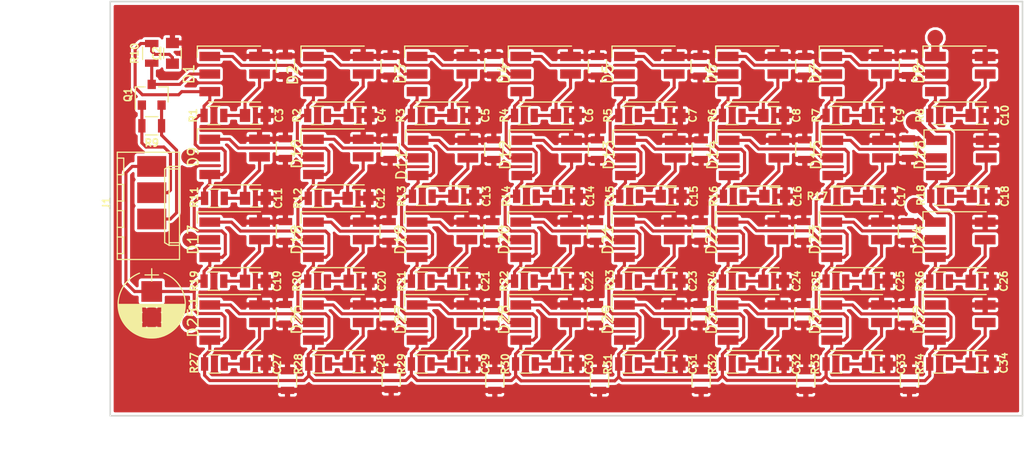
<source format=kicad_pcb>
(kicad_pcb (version 4) (host pcbnew 4.0.7)
  (layers (0 F.Cu signal) (31 B.Cu signal) (34 B.Paste user hide) (35 F.Paste user hide) (36 B.SilkS user hide) (37 F.SilkS user) (38 B.Mask user hide) (39 F.Mask user) (44 Edge.Cuts user))
  (net 0 "")
  (net 1 VCC)
  (net 2 GND)
  (net 3 "Net-(C3-Pad1)")
  (net 4 "Net-(C4-Pad1)")
  (net 5 "Net-(C5-Pad1)")
  (net 6 "Net-(C6-Pad1)")
  (net 7 "Net-(C7-Pad1)")
  (net 8 "Net-(C8-Pad1)")
  (net 9 "Net-(C9-Pad1)")
  (net 10 "Net-(C10-Pad1)")
  (net 11 "Net-(C11-Pad1)")
  (net 12 "Net-(C12-Pad1)")
  (net 13 "Net-(C13-Pad1)")
  (net 14 "Net-(C14-Pad1)")
  (net 15 "Net-(C15-Pad1)")
  (net 16 "Net-(C16-Pad1)")
  (net 17 "Net-(C17-Pad1)")
  (net 18 "Net-(D1-Pad1)")
  (net 19 "Net-(D2-Pad1)")
  (net 20 "Net-(D3-Pad1)")
  (net 21 "Net-(D4-Pad1)")
  (net 22 "Net-(D5-Pad1)")
  (net 23 "Net-(D6-Pad1)")
  (net 24 "Net-(D7-Pad1)")
  (net 25 "Net-(D10-Pad2)")
  (net 26 "Net-(D10-Pad1)")
  (net 27 "Net-(D11-Pad1)")
  (net 28 "Net-(D12-Pad1)")
  (net 29 "Net-(D13-Pad1)")
  (net 30 "Net-(D14-Pad1)")
  (net 31 /DATAIN)
  (net 32 /3VDC)
  (net 33 "Net-(C18-Pad1)")
  (net 34 "Net-(D15-Pad1)")
  (net 35 "Net-(C19-Pad1)")
  (net 36 "Net-(C20-Pad1)")
  (net 37 "Net-(C21-Pad1)")
  (net 38 "Net-(C22-Pad1)")
  (net 39 "Net-(C23-Pad1)")
  (net 40 "Net-(C24-Pad1)")
  (net 41 "Net-(C25-Pad1)")
  (net 42 "Net-(C26-Pad1)")
  (net 43 "Net-(C27-Pad1)")
  (net 44 "Net-(C28-Pad1)")
  (net 45 "Net-(C29-Pad1)")
  (net 46 "Net-(C30-Pad1)")
  (net 47 "Net-(C31-Pad1)")
  (net 48 "Net-(C32-Pad1)")
  (net 49 "Net-(C33-Pad1)")
  (net 50 "Net-(C34-Pad1)")
  (net 51 /DIN)
  (net 52 /DATA1)
  (net 53 /DATA2)
  (net 54 "Net-(D17-Pad1)")
  (net 55 "Net-(D18-Pad1)")
  (net 56 "Net-(D19-Pad1)")
  (net 57 "Net-(D20-Pad1)")
  (net 58 "Net-(D21-Pad1)")
  (net 59 "Net-(D22-Pad1)")
  (net 60 "Net-(D23-Pad1)")
  (net 61 /DATA3)
  (net 62 "Net-(D25-Pad1)")
  (net 63 "Net-(D26-Pad1)")
  (net 64 "Net-(D27-Pad1)")
  (net 65 "Net-(D28-Pad1)")
  (net 66 "Net-(D29-Pad1)")
  (net 67 "Net-(D30-Pad1)")
  (net 68 "Net-(D31-Pad1)")
  (module Wire_Pads:SolderWirePad_single_0-8mmDrill (layer F.Cu) (at 88.7 118)
    (fp_text reference REF** hide)
    (fp_text value SolderWirePad_single_0-8mmDrill)
    (pad 1 smd circle (at 0 0) (size 1.5 1.5) (layers F.Cu F.Paste F.Mask) (net 61 /DATA3))
  )
  (module Wire_Pads:SolderWirePad_single_0-8mmDrill (layer F.Cu) (at 158.6 106.7)
    (fp_text reference REF** hide)
    (fp_text value SolderWirePad_single_0-8mmDrill)
    (pad 1 smd circle (at 0 0) (size 1.5 1.5) (layers F.Cu F.Paste F.Mask) (net 61 /DATA3))
  )
  (module Wire_Pads:SolderWirePad_single_0-8mmDrill (layer F.Cu) (at 158.5 98.6)
    (fp_text reference REF** hide)
    (fp_text value SolderWirePad_single_0-8mmDrill)
    (pad 1 smd circle (at 0 0) (size 1.5 1.5) (layers F.Cu F.Paste F.Mask) (net 53 /DATA2))
  )
  (module Wire_Pads:SolderWirePad_single_0-8mmDrill (layer F.Cu) (at 88.703755 109.971528)
    (fp_text reference REF** hide)
    (fp_text value SolderWirePad_single_0-8mmDrill)
    (pad 1 smd circle (at 0 0) (size 1.5 1.5) (layers F.Cu F.Paste F.Mask) (net 53 /DATA2))
  )
  (module Wire_Pads:SolderWirePad_single_0-8mmDrill (layer F.Cu) (at 88.6 102)
    (fp_text reference REF** hide)
    (fp_text value SolderWirePad_single_0-8mmDrill)
    (pad 1 smd circle (at 0 0) (size 1.5 1.5) (layers F.Cu F.Paste F.Mask) (net 52 /DATA1))
  )
  (module resistors:R_0805 (layer F.Cu) (at 157.9 109.2 270)
    (fp_text reference JP21 hide)
    (fp_text value 0R)
    (pad 1 smd rect (at -0.95 0 270) (size 0.7 1.3) (layers F.Cu F.Paste F.Mask) (net 2 GND))
    (pad 2 smd rect (at 0.95 0 270) (size 0.7 1.3) (layers F.Cu F.Paste F.Mask) (net 2 GND))
  )
  (module resistors:R_0805 (layer F.Cu) (at 158 101.2 270)
    (fp_text reference JP14 hide)
    (fp_text value 0R)
    (pad 1 smd rect (at -0.95 0 270) (size 0.7 1.3) (layers F.Cu F.Paste F.Mask) (net 2 GND))
    (pad 2 smd rect (at 0.95 0 270) (size 0.7 1.3) (layers F.Cu F.Paste F.Mask) (net 2 GND))
  )
  (module resistors:R_0805 (layer F.Cu) (at 158 93.2 270)
    (fp_text reference JP7 hide)
    (fp_text value 0R)
    (pad 1 smd rect (at -0.95 0 270) (size 0.7 1.3) (layers F.Cu F.Paste F.Mask) (net 2 GND))
    (pad 2 smd rect (at 0.95 0 270) (size 0.7 1.3) (layers F.Cu F.Paste F.Mask) (net 2 GND))
  )
  (module resistors:R_0805 (layer F.Cu) (at 158.1 123.6 270)
    (fp_text reference JP31 hide)
    (fp_text value 0R)
    (pad 1 smd rect (at -0.95 0 270) (size 0.7 1.3) (layers F.Cu F.Paste F.Mask) (net 2 GND))
    (pad 2 smd rect (at 0.95 0 270) (size 0.7 1.3) (layers F.Cu F.Paste F.Mask) (net 2 GND))
  )
  (module resistors:R_0805 (layer F.Cu) (at 148.1 123.6 270)
    (fp_text reference JP30 hide)
    (fp_text value 0R)
    (pad 1 smd rect (at -0.95 0 270) (size 0.7 1.3) (layers F.Cu F.Paste F.Mask) (net 2 GND))
    (pad 2 smd rect (at 0.95 0 270) (size 0.7 1.3) (layers F.Cu F.Paste F.Mask) (net 2 GND))
  )
  (module resistors:R_0805 (layer F.Cu) (at 138 123.6 270)
    (fp_text reference JP29 hide)
    (fp_text value 0R)
    (pad 1 smd rect (at -0.95 0 270) (size 0.7 1.3) (layers F.Cu F.Paste F.Mask) (net 2 GND))
    (pad 2 smd rect (at 0.95 0 270) (size 0.7 1.3) (layers F.Cu F.Paste F.Mask) (net 2 GND))
  )
  (module resistors:R_0805 (layer F.Cu) (at 128.2 123.6 270)
    (fp_text reference JP28 hide)
    (fp_text value 0R)
    (pad 1 smd rect (at -0.95 0 270) (size 0.7 1.3) (layers F.Cu F.Paste F.Mask) (net 2 GND))
    (pad 2 smd rect (at 0.95 0 270) (size 0.7 1.3) (layers F.Cu F.Paste F.Mask) (net 2 GND))
  )
  (module resistors:R_0805 (layer F.Cu) (at 118.1 123.6 270)
    (fp_text reference JP27 hide)
    (fp_text value 0R)
    (pad 1 smd rect (at -0.95 0 270) (size 0.7 1.3) (layers F.Cu F.Paste F.Mask) (net 2 GND))
    (pad 2 smd rect (at 0.95 0 270) (size 0.7 1.3) (layers F.Cu F.Paste F.Mask) (net 2 GND))
  )
  (module resistors:R_0805 (layer F.Cu) (at 108.1 123.5 270)
    (fp_text reference JP26 hide)
    (fp_text value 0R)
    (pad 1 smd rect (at -0.95 0 270) (size 0.7 1.3) (layers F.Cu F.Paste F.Mask) (net 2 GND))
    (pad 2 smd rect (at 0.95 0 270) (size 0.7 1.3) (layers F.Cu F.Paste F.Mask) (net 2 GND))
  )
  (module resistors:R_0805 (layer F.Cu) (at 98.1 123.6 270)
    (fp_text reference JP25 hide)
    (fp_text value 0R)
    (pad 1 smd rect (at -0.95 0 270) (size 0.7 1.3) (layers F.Cu F.Paste F.Mask) (net 2 GND))
    (pad 2 smd rect (at 0.95 0 270) (size 0.7 1.3) (layers F.Cu F.Paste F.Mask) (net 2 GND))
  )
  (module resistors:R_0805 (layer F.Cu) (at 157.9 117.2 270)
    (fp_text reference JP24 hide)
    (fp_text value 0R)
    (pad 1 smd rect (at -0.95 0 270) (size 0.7 1.3) (layers F.Cu F.Paste F.Mask) (net 2 GND))
    (pad 2 smd rect (at 0.95 0 270) (size 0.7 1.3) (layers F.Cu F.Paste F.Mask) (net 2 GND))
  )
  (module resistors:R_0805 (layer F.Cu) (at 147.9 117.2 270)
    (fp_text reference JP23 hide)
    (fp_text value 0R)
    (pad 1 smd rect (at -0.95 0 270) (size 0.7 1.3) (layers F.Cu F.Paste F.Mask) (net 2 GND))
    (pad 2 smd rect (at 0.95 0 270) (size 0.7 1.3) (layers F.Cu F.Paste F.Mask) (net 2 GND))
  )
  (module resistors:R_0805 (layer F.Cu) (at 137.9 117.2 270)
    (fp_text reference JP22 hide)
    (fp_text value 0R)
    (pad 1 smd rect (at -0.95 0 270) (size 0.7 1.3) (layers F.Cu F.Paste F.Mask) (net 2 GND))
    (pad 2 smd rect (at 0.95 0 270) (size 0.7 1.3) (layers F.Cu F.Paste F.Mask) (net 2 GND))
  )
  (module resistors:R_0805 (layer F.Cu) (at 127.9 117.2 270)
    (fp_text reference JP21 hide)
    (fp_text value 0R)
    (pad 1 smd rect (at -0.95 0 270) (size 0.7 1.3) (layers F.Cu F.Paste F.Mask) (net 2 GND))
    (pad 2 smd rect (at 0.95 0 270) (size 0.7 1.3) (layers F.Cu F.Paste F.Mask) (net 2 GND))
  )
  (module resistors:R_0805 (layer F.Cu) (at 117.9 117.2 270)
    (fp_text reference JP20 hide)
    (fp_text value 0R)
    (pad 1 smd rect (at -0.95 0 270) (size 0.7 1.3) (layers F.Cu F.Paste F.Mask) (net 2 GND))
    (pad 2 smd rect (at 0.95 0 270) (size 0.7 1.3) (layers F.Cu F.Paste F.Mask) (net 2 GND))
  )
  (module resistors:R_0805 (layer F.Cu) (at 107.9 117.2 270)
    (fp_text reference JP19 hide)
    (fp_text value 0R)
    (pad 1 smd rect (at -0.95 0 270) (size 0.7 1.3) (layers F.Cu F.Paste F.Mask) (net 2 GND))
    (pad 2 smd rect (at 0.95 0 270) (size 0.7 1.3) (layers F.Cu F.Paste F.Mask) (net 2 GND))
  )
  (module resistors:R_0805 (layer F.Cu) (at 97.9 117.2 270)
    (fp_text reference JP18 hide)
    (fp_text value 0R)
    (pad 1 smd rect (at -0.95 0 270) (size 0.7 1.3) (layers F.Cu F.Paste F.Mask) (net 2 GND))
    (pad 2 smd rect (at 0.95 0 270) (size 0.7 1.3) (layers F.Cu F.Paste F.Mask) (net 2 GND))
  )
  (module resistors:R_0805 (layer F.Cu) (at 147.9 109.2 270)
    (fp_text reference JP20 hide)
    (fp_text value 0R)
    (pad 1 smd rect (at -0.95 0 270) (size 0.7 1.3) (layers F.Cu F.Paste F.Mask) (net 2 GND))
    (pad 2 smd rect (at 0.95 0 270) (size 0.7 1.3) (layers F.Cu F.Paste F.Mask) (net 2 GND))
  )
  (module resistors:R_0805 (layer F.Cu) (at 138 109.2 270)
    (fp_text reference JP19 hide)
    (fp_text value 0R)
    (pad 1 smd rect (at -0.95 0 270) (size 0.7 1.3) (layers F.Cu F.Paste F.Mask) (net 2 GND))
    (pad 2 smd rect (at 0.95 0 270) (size 0.7 1.3) (layers F.Cu F.Paste F.Mask) (net 2 GND))
  )
  (module resistors:R_0805 (layer F.Cu) (at 127.9 109.2 270)
    (fp_text reference JP18 hide)
    (fp_text value 0R)
    (pad 1 smd rect (at -0.95 0 270) (size 0.7 1.3) (layers F.Cu F.Paste F.Mask) (net 2 GND))
    (pad 2 smd rect (at 0.95 0 270) (size 0.7 1.3) (layers F.Cu F.Paste F.Mask) (net 2 GND))
  )
  (module resistors:R_0805 (layer F.Cu) (at 117.9 109.2 270)
    (fp_text reference JP17 hide)
    (fp_text value 0R)
    (pad 1 smd rect (at -0.95 0 270) (size 0.7 1.3) (layers F.Cu F.Paste F.Mask) (net 2 GND))
    (pad 2 smd rect (at 0.95 0 270) (size 0.7 1.3) (layers F.Cu F.Paste F.Mask) (net 2 GND))
  )
  (module resistors:R_0805 (layer F.Cu) (at 107.9 109.2 270)
    (fp_text reference JP16 hide)
    (fp_text value 0R)
    (pad 1 smd rect (at -0.95 0 270) (size 0.7 1.3) (layers F.Cu F.Paste F.Mask) (net 2 GND))
    (pad 2 smd rect (at 0.95 0 270) (size 0.7 1.3) (layers F.Cu F.Paste F.Mask) (net 2 GND))
  )
  (module resistors:R_0805 (layer F.Cu) (at 97.9 109.2 270)
    (fp_text reference JP15 hide)
    (fp_text value 0R)
    (pad 1 smd rect (at -0.95 0 270) (size 0.7 1.3) (layers F.Cu F.Paste F.Mask) (net 2 GND))
    (pad 2 smd rect (at 0.95 0 270) (size 0.7 1.3) (layers F.Cu F.Paste F.Mask) (net 2 GND))
  )
  (module resistors:R_0805 (layer F.Cu) (at 148 101.3 270)
    (fp_text reference JP13 hide)
    (fp_text value 0R)
    (pad 1 smd rect (at -0.95 0 270) (size 0.7 1.3) (layers F.Cu F.Paste F.Mask) (net 2 GND))
    (pad 2 smd rect (at 0.95 0 270) (size 0.7 1.3) (layers F.Cu F.Paste F.Mask) (net 2 GND))
  )
  (module resistors:R_0805 (layer F.Cu) (at 138 101.3 270)
    (fp_text reference JP12 hide)
    (fp_text value 0R)
    (pad 1 smd rect (at -0.95 0 270) (size 0.7 1.3) (layers F.Cu F.Paste F.Mask) (net 2 GND))
    (pad 2 smd rect (at 0.95 0 270) (size 0.7 1.3) (layers F.Cu F.Paste F.Mask) (net 2 GND))
  )
  (module resistors:R_0805 (layer F.Cu) (at 128 101.3 270)
    (fp_text reference JP11 hide)
    (fp_text value 0R)
    (pad 1 smd rect (at -0.95 0 270) (size 0.7 1.3) (layers F.Cu F.Paste F.Mask) (net 2 GND))
    (pad 2 smd rect (at 0.95 0 270) (size 0.7 1.3) (layers F.Cu F.Paste F.Mask) (net 2 GND))
  )
  (module resistors:R_0805 (layer F.Cu) (at 118 101.3 270)
    (fp_text reference JP10 hide)
    (fp_text value 0R)
    (pad 1 smd rect (at -0.95 0 270) (size 0.7 1.3) (layers F.Cu F.Paste F.Mask) (net 2 GND))
    (pad 2 smd rect (at 0.95 0 270) (size 0.7 1.3) (layers F.Cu F.Paste F.Mask) (net 2 GND))
  )
  (module resistors:R_0805 (layer F.Cu) (at 108 101.3 270)
    (fp_text reference JP9 hide)
    (fp_text value 0R)
    (pad 1 smd rect (at -0.95 0 270) (size 0.7 1.3) (layers F.Cu F.Paste F.Mask) (net 2 GND))
    (pad 2 smd rect (at 0.95 0 270) (size 0.7 1.3) (layers F.Cu F.Paste F.Mask) (net 2 GND))
  )
  (module resistors:R_0805 (layer F.Cu) (at 97.9 101.2 270)
    (fp_text reference JP8 hide)
    (fp_text value 0R)
    (pad 1 smd rect (at -0.95 0 270) (size 0.7 1.3) (layers F.Cu F.Paste F.Mask) (net 2 GND))
    (pad 2 smd rect (at 0.95 0 270) (size 0.7 1.3) (layers F.Cu F.Paste F.Mask) (net 2 GND))
  )
  (module resistors:R_0805 (layer F.Cu) (at 148 93.25 270)
    (fp_text reference JP6 hide)
    (fp_text value 0R)
    (pad 1 smd rect (at -0.95 0 270) (size 0.7 1.3) (layers F.Cu F.Paste F.Mask) (net 2 GND))
    (pad 2 smd rect (at 0.95 0 270) (size 0.7 1.3) (layers F.Cu F.Paste F.Mask) (net 2 GND))
  )
  (module resistors:R_0805 (layer F.Cu) (at 137.9 93.25 270)
    (fp_text reference JP5 hide)
    (fp_text value 0R)
    (pad 1 smd rect (at -0.95 0 270) (size 0.7 1.3) (layers F.Cu F.Paste F.Mask) (net 2 GND))
    (pad 2 smd rect (at 0.95 0 270) (size 0.7 1.3) (layers F.Cu F.Paste F.Mask) (net 2 GND))
  )
  (module resistors:R_0805 (layer F.Cu) (at 128 93.25 270)
    (fp_text reference JP4 hide)
    (fp_text value 0R)
    (pad 1 smd rect (at -0.95 0 270) (size 0.7 1.3) (layers F.Cu F.Paste F.Mask) (net 2 GND))
    (pad 2 smd rect (at 0.95 0 270) (size 0.7 1.3) (layers F.Cu F.Paste F.Mask) (net 2 GND))
  )
  (module resistors:R_0805 (layer F.Cu) (at 118 93.15 270)
    (fp_text reference JP3 hide)
    (fp_text value 0R)
    (pad 1 smd rect (at -0.95 0 270) (size 0.7 1.3) (layers F.Cu F.Paste F.Mask) (net 2 GND))
    (pad 2 smd rect (at 0.95 0 270) (size 0.7 1.3) (layers F.Cu F.Paste F.Mask) (net 2 GND))
  )
  (module resistors:R_0805 (layer F.Cu) (at 108 93.25 270)
    (fp_text reference JP2 hide)
    (fp_text value 0R)
    (pad 1 smd rect (at -0.95 0 270) (size 0.7 1.3) (layers F.Cu F.Paste F.Mask) (net 2 GND))
    (pad 2 smd rect (at 0.95 0 270) (size 0.7 1.3) (layers F.Cu F.Paste F.Mask) (net 2 GND))
  )
  (module resistors:R_0805 (layer F.Cu) (at 97.9 93.2 270)
    (fp_text reference JP1 hide)
    (fp_text value 0R)
    (pad 1 smd rect (at -0.95 0 270) (size 0.7 1.3) (layers F.Cu F.Paste F.Mask) (net 2 GND))
    (pad 2 smd rect (at 0.95 0 270) (size 0.7 1.3) (layers F.Cu F.Paste F.Mask) (net 2 GND))
  )
  (module resistors:R_0805 (layer F.Cu) (at 101.1 122 180)
    (fp_text reference R28 (at 1.95 0 270) (layer F.SilkS) (effects (font (size 0.7 0.7))))
    (fp_text value 120R)
    (pad 1 smd rect (at -0.95 0 180) (size 0.7 1.3) (layers F.Cu F.Paste F.Mask) (net 44 "Net-(C28-Pad1)"))
    (pad 2 smd rect (at 0.95 0 180) (size 0.7 1.3) (layers F.Cu F.Paste F.Mask) (net 1 VCC))
  )
  (module capacitors:C_0805 (layer F.Cu) (at 104.9 122)
    (fp_text reference C28 (at 2.2 0 90) (layer F.SilkS) (effects (font (size 0.7 0.7))))
    (fp_text value 100n)
    (pad 1 smd rect (at -1 0) (size 1 1.25) (layers F.Cu F.Paste F.Mask) (net 44 "Net-(C28-Pad1)"))
    (pad 2 smd rect (at 1 0) (size 1 1.25) (layers F.Cu F.Paste F.Mask) (net 2 GND))
  )
  (module disc:LED_RGB_5050-6 (layer F.Cu) (at 103 118)
    (fp_text reference D26 (at -4 -0.3 90) (layer F.SilkS))
    (fp_text value WS2812)
    (pad 1 smd rect (at -2.4 -1.7 90) (size 0.9 2) (layers F.Cu F.Paste F.Mask) (net 63 "Net-(D26-Pad1)"))
    (pad 2 smd rect (at -2.4 0 90) (size 0.9 2) (layers F.Cu F.Paste F.Mask) (net 62 "Net-(D25-Pad1)"))
    (pad 3 smd rect (at -2.4 1.7 90) (size 0.9 2) (layers F.Cu F.Paste F.Mask) (net 1 VCC))
    (pad 5 smd rect (at 2.4 0 90) (size 0.9 2) (layers F.Cu F.Paste F.Mask) (net 44 "Net-(C28-Pad1)"))
    (pad 6 smd rect (at 2.4 -1.7 90) (size 0.9 2) (layers F.Cu F.Paste F.Mask) (net 2 GND))
  )
  (module disc:LED_RGB_5050-6 (layer F.Cu) (at 103 110)
    (fp_text reference D18 (at -4 0 90) (layer F.SilkS))
    (fp_text value WS2812)
    (pad 1 smd rect (at -2.4 -1.7 90) (size 0.9 2) (layers F.Cu F.Paste F.Mask) (net 55 "Net-(D18-Pad1)"))
    (pad 2 smd rect (at -2.4 0 90) (size 0.9 2) (layers F.Cu F.Paste F.Mask) (net 54 "Net-(D17-Pad1)"))
    (pad 3 smd rect (at -2.4 1.7 90) (size 0.9 2) (layers F.Cu F.Paste F.Mask) (net 1 VCC))
    (pad 5 smd rect (at 2.4 0 90) (size 0.9 2) (layers F.Cu F.Paste F.Mask) (net 36 "Net-(C20-Pad1)"))
    (pad 6 smd rect (at 2.4 -1.7 90) (size 0.9 2) (layers F.Cu F.Paste F.Mask) (net 2 GND))
  )
  (module resistors:R_0805 (layer F.Cu) (at 101 114 180)
    (fp_text reference R20 (at 2 0 270) (layer F.SilkS) (effects (font (size 0.7 0.7))))
    (fp_text value 120R)
    (pad 1 smd rect (at -0.95 0 180) (size 0.7 1.3) (layers F.Cu F.Paste F.Mask) (net 36 "Net-(C20-Pad1)"))
    (pad 2 smd rect (at 0.95 0 180) (size 0.7 1.3) (layers F.Cu F.Paste F.Mask) (net 1 VCC))
  )
  (module capacitors:C_0805 (layer F.Cu) (at 105 114)
    (fp_text reference C20 (at 2.2 0 90) (layer F.SilkS) (effects (font (size 0.7 0.7))))
    (fp_text value 100n)
    (pad 1 smd rect (at -1 0) (size 1 1.25) (layers F.Cu F.Paste F.Mask) (net 36 "Net-(C20-Pad1)"))
    (pad 2 smd rect (at 1 0) (size 1 1.25) (layers F.Cu F.Paste F.Mask) (net 2 GND))
  )
  (module disc:LED_RGB_5050-6 (layer F.Cu) (at 123 110)
    (fp_text reference D20 (at -4 0 90) (layer F.SilkS))
    (fp_text value WS2812)
    (pad 1 smd rect (at -2.4 -1.7 90) (size 0.9 2) (layers F.Cu F.Paste F.Mask) (net 57 "Net-(D20-Pad1)"))
    (pad 2 smd rect (at -2.4 0 90) (size 0.9 2) (layers F.Cu F.Paste F.Mask) (net 56 "Net-(D19-Pad1)"))
    (pad 3 smd rect (at -2.4 1.7 90) (size 0.9 2) (layers F.Cu F.Paste F.Mask) (net 1 VCC))
    (pad 5 smd rect (at 2.4 0 90) (size 0.9 2) (layers F.Cu F.Paste F.Mask) (net 38 "Net-(C22-Pad1)"))
    (pad 6 smd rect (at 2.4 -1.7 90) (size 0.9 2) (layers F.Cu F.Paste F.Mask) (net 2 GND))
  )
  (module capacitors:C_0805 (layer F.Cu) (at 125 114)
    (fp_text reference C22 (at 2.2 0 270) (layer F.SilkS) (effects (font (size 0.7 0.7))))
    (fp_text value 100n)
    (pad 1 smd rect (at -1 0) (size 1 1.25) (layers F.Cu F.Paste F.Mask) (net 38 "Net-(C22-Pad1)"))
    (pad 2 smd rect (at 1 0) (size 1 1.25) (layers F.Cu F.Paste F.Mask) (net 2 GND))
  )
  (module capacitors:C_0805 (layer F.Cu) (at 125 122)
    (fp_text reference C30 (at 2.2 0 90) (layer F.SilkS) (effects (font (size 0.7 0.7))))
    (fp_text value 100n)
    (pad 1 smd rect (at -1 0) (size 1 1.25) (layers F.Cu F.Paste F.Mask) (net 46 "Net-(C30-Pad1)"))
    (pad 2 smd rect (at 1 0) (size 1 1.25) (layers F.Cu F.Paste F.Mask) (net 2 GND))
  )
  (module resistors:R_0805 (layer F.Cu) (at 121.05 122 180)
    (fp_text reference R30 (at 1.95 0 270) (layer F.SilkS) (effects (font (size 0.7 0.7))))
    (fp_text value 120R)
    (pad 1 smd rect (at -0.95 0 180) (size 0.7 1.3) (layers F.Cu F.Paste F.Mask) (net 46 "Net-(C30-Pad1)"))
    (pad 2 smd rect (at 0.95 0 180) (size 0.7 1.3) (layers F.Cu F.Paste F.Mask) (net 1 VCC))
  )
  (module resistors:R_0805 (layer F.Cu) (at 120.95 114 180)
    (fp_text reference R22 (at 1.95 0 270) (layer F.SilkS) (effects (font (size 0.7 0.7))))
    (fp_text value 120R)
    (pad 1 smd rect (at -0.95 0 180) (size 0.7 1.3) (layers F.Cu F.Paste F.Mask) (net 38 "Net-(C22-Pad1)"))
    (pad 2 smd rect (at 0.95 0 180) (size 0.7 1.3) (layers F.Cu F.Paste F.Mask) (net 1 VCC))
  )
  (module disc:LED_RGB_5050-6 (layer F.Cu) (at 123 118)
    (fp_text reference D28 (at -4 -0.3 90) (layer F.SilkS))
    (fp_text value WS2812)
    (pad 1 smd rect (at -2.4 -1.7 90) (size 0.9 2) (layers F.Cu F.Paste F.Mask) (net 65 "Net-(D28-Pad1)"))
    (pad 2 smd rect (at -2.4 0 90) (size 0.9 2) (layers F.Cu F.Paste F.Mask) (net 64 "Net-(D27-Pad1)"))
    (pad 3 smd rect (at -2.4 1.7 90) (size 0.9 2) (layers F.Cu F.Paste F.Mask) (net 1 VCC))
    (pad 5 smd rect (at 2.4 0 90) (size 0.9 2) (layers F.Cu F.Paste F.Mask) (net 46 "Net-(C30-Pad1)"))
    (pad 6 smd rect (at 2.4 -1.7 90) (size 0.9 2) (layers F.Cu F.Paste F.Mask) (net 2 GND))
  )
  (module resistors:R_0805 (layer F.Cu) (at 91 114 180)
    (fp_text reference R19 (at 1.9 0 270) (layer F.SilkS) (effects (font (size 0.7 0.7))))
    (fp_text value 120R)
    (pad 1 smd rect (at -0.95 0 180) (size 0.7 1.3) (layers F.Cu F.Paste F.Mask) (net 35 "Net-(C19-Pad1)"))
    (pad 2 smd rect (at 0.95 0 180) (size 0.7 1.3) (layers F.Cu F.Paste F.Mask) (net 1 VCC))
  )
  (module disc:LED_RGB_5050-6 (layer F.Cu) (at 93 110)
    (fp_text reference D17 (at -4 0 90) (layer F.SilkS))
    (fp_text value WS2812)
    (pad 1 smd rect (at -2.4 -1.7 90) (size 0.9 2) (layers F.Cu F.Paste F.Mask) (net 54 "Net-(D17-Pad1)"))
    (pad 2 smd rect (at -2.4 0 90) (size 0.9 2) (layers F.Cu F.Paste F.Mask) (net 53 /DATA2))
    (pad 3 smd rect (at -2.4 1.7 90) (size 0.9 2) (layers F.Cu F.Paste F.Mask) (net 1 VCC))
    (pad 5 smd rect (at 2.4 0 90) (size 0.9 2) (layers F.Cu F.Paste F.Mask) (net 35 "Net-(C19-Pad1)"))
    (pad 6 smd rect (at 2.4 -1.7 90) (size 0.9 2) (layers F.Cu F.Paste F.Mask) (net 2 GND))
  )
  (module capacitors:C_0805 (layer F.Cu) (at 95 114)
    (fp_text reference C19 (at 2.1 0 90) (layer F.SilkS) (effects (font (size 0.7 0.7))))
    (fp_text value 100n)
    (pad 1 smd rect (at -1 0) (size 1 1.25) (layers F.Cu F.Paste F.Mask) (net 35 "Net-(C19-Pad1)"))
    (pad 2 smd rect (at 1 0) (size 1 1.25) (layers F.Cu F.Paste F.Mask) (net 2 GND))
  )
  (module disc:LED_RGB_5050-6 (layer F.Cu) (at 93 118)
    (fp_text reference D25 (at -4 0 90) (layer F.SilkS))
    (fp_text value WS2812)
    (pad 1 smd rect (at -2.4 -1.7 90) (size 0.9 2) (layers F.Cu F.Paste F.Mask) (net 62 "Net-(D25-Pad1)"))
    (pad 2 smd rect (at -2.4 0 90) (size 0.9 2) (layers F.Cu F.Paste F.Mask) (net 61 /DATA3))
    (pad 3 smd rect (at -2.4 1.7 90) (size 0.9 2) (layers F.Cu F.Paste F.Mask) (net 1 VCC))
    (pad 5 smd rect (at 2.4 0 90) (size 0.9 2) (layers F.Cu F.Paste F.Mask) (net 43 "Net-(C27-Pad1)"))
    (pad 6 smd rect (at 2.4 -1.7 90) (size 0.9 2) (layers F.Cu F.Paste F.Mask) (net 2 GND))
  )
  (module capacitors:C_0805 (layer F.Cu) (at 95 122)
    (fp_text reference C27 (at 2.1 0 90) (layer F.SilkS) (effects (font (size 0.7 0.7))))
    (fp_text value 100n)
    (pad 1 smd rect (at -1 0) (size 1 1.25) (layers F.Cu F.Paste F.Mask) (net 43 "Net-(C27-Pad1)"))
    (pad 2 smd rect (at 1 0) (size 1 1.25) (layers F.Cu F.Paste F.Mask) (net 2 GND))
  )
  (module resistors:R_0805 (layer F.Cu) (at 91.05 122 180)
    (fp_text reference R27 (at 1.95 0.1 270) (layer F.SilkS) (effects (font (size 0.7 0.7))))
    (fp_text value 120R)
    (pad 1 smd rect (at -0.95 0 180) (size 0.7 1.3) (layers F.Cu F.Paste F.Mask) (net 43 "Net-(C27-Pad1)"))
    (pad 2 smd rect (at 0.95 0 180) (size 0.7 1.3) (layers F.Cu F.Paste F.Mask) (net 1 VCC))
  )
  (module disc:LED_RGB_5050-6 (layer F.Cu) (at 113 118)
    (fp_text reference D27 (at -4 -0.3 90) (layer F.SilkS))
    (fp_text value WS2812)
    (pad 1 smd rect (at -2.4 -1.7 90) (size 0.9 2) (layers F.Cu F.Paste F.Mask) (net 64 "Net-(D27-Pad1)"))
    (pad 2 smd rect (at -2.4 0 90) (size 0.9 2) (layers F.Cu F.Paste F.Mask) (net 63 "Net-(D26-Pad1)"))
    (pad 3 smd rect (at -2.4 1.7 90) (size 0.9 2) (layers F.Cu F.Paste F.Mask) (net 1 VCC))
    (pad 5 smd rect (at 2.4 0 90) (size 0.9 2) (layers F.Cu F.Paste F.Mask) (net 45 "Net-(C29-Pad1)"))
    (pad 6 smd rect (at 2.4 -1.7 90) (size 0.9 2) (layers F.Cu F.Paste F.Mask) (net 2 GND))
  )
  (module resistors:R_0805 (layer F.Cu) (at 111 122 180)
    (fp_text reference R29 (at 1.9 0 270) (layer F.SilkS) (effects (font (size 0.7 0.7))))
    (fp_text value 120R)
    (pad 1 smd rect (at -0.95 0 180) (size 0.7 1.3) (layers F.Cu F.Paste F.Mask) (net 45 "Net-(C29-Pad1)"))
    (pad 2 smd rect (at 0.95 0 180) (size 0.7 1.3) (layers F.Cu F.Paste F.Mask) (net 1 VCC))
  )
  (module capacitors:C_0805 (layer F.Cu) (at 115 122)
    (fp_text reference C29 (at 2.2 0 90) (layer F.SilkS) (effects (font (size 0.7 0.7))))
    (fp_text value 100n)
    (pad 1 smd rect (at -1 0) (size 1 1.25) (layers F.Cu F.Paste F.Mask) (net 45 "Net-(C29-Pad1)"))
    (pad 2 smd rect (at 1 0) (size 1 1.25) (layers F.Cu F.Paste F.Mask) (net 2 GND))
  )
  (module disc:LED_RGB_5050-6 (layer F.Cu) (at 113 110)
    (fp_text reference D19 (at -4 0 90) (layer F.SilkS))
    (fp_text value WS2812)
    (pad 1 smd rect (at -2.4 -1.7 90) (size 0.9 2) (layers F.Cu F.Paste F.Mask) (net 56 "Net-(D19-Pad1)"))
    (pad 2 smd rect (at -2.4 0 90) (size 0.9 2) (layers F.Cu F.Paste F.Mask) (net 55 "Net-(D18-Pad1)"))
    (pad 3 smd rect (at -2.4 1.7 90) (size 0.9 2) (layers F.Cu F.Paste F.Mask) (net 1 VCC))
    (pad 5 smd rect (at 2.4 0 90) (size 0.9 2) (layers F.Cu F.Paste F.Mask) (net 37 "Net-(C21-Pad1)"))
    (pad 6 smd rect (at 2.4 -1.7 90) (size 0.9 2) (layers F.Cu F.Paste F.Mask) (net 2 GND))
  )
  (module capacitors:C_0805 (layer F.Cu) (at 115 114)
    (fp_text reference C21 (at 2.2 0 90) (layer F.SilkS) (effects (font (size 0.7 0.7))))
    (fp_text value 100n)
    (pad 1 smd rect (at -1 0) (size 1 1.25) (layers F.Cu F.Paste F.Mask) (net 37 "Net-(C21-Pad1)"))
    (pad 2 smd rect (at 1 0) (size 1 1.25) (layers F.Cu F.Paste F.Mask) (net 2 GND))
  )
  (module resistors:R_0805 (layer F.Cu) (at 111 114 180)
    (fp_text reference R21 (at 1.9 0 270) (layer F.SilkS) (effects (font (size 0.7 0.7))))
    (fp_text value 120R)
    (pad 1 smd rect (at -0.95 0 180) (size 0.7 1.3) (layers F.Cu F.Paste F.Mask) (net 37 "Net-(C21-Pad1)"))
    (pad 2 smd rect (at 0.95 0 180) (size 0.7 1.3) (layers F.Cu F.Paste F.Mask) (net 1 VCC))
  )
  (module resistors:R_0805 (layer F.Cu) (at 161 122 180)
    (fp_text reference R34 (at 1.9 0 270) (layer F.SilkS) (effects (font (size 0.7 0.7))))
    (fp_text value 120R)
    (pad 1 smd rect (at -0.95 0 180) (size 0.7 1.3) (layers F.Cu F.Paste F.Mask) (net 50 "Net-(C34-Pad1)"))
    (pad 2 smd rect (at 0.95 0 180) (size 0.7 1.3) (layers F.Cu F.Paste F.Mask) (net 1 VCC))
  )
  (module capacitors:C_0805 (layer F.Cu) (at 165 114)
    (fp_text reference C26 (at 2.2 0 90) (layer F.SilkS) (effects (font (size 0.7 0.7))))
    (fp_text value 100n)
    (pad 1 smd rect (at -1 0) (size 1 1.25) (layers F.Cu F.Paste F.Mask) (net 42 "Net-(C26-Pad1)"))
    (pad 2 smd rect (at 1 0) (size 1 1.25) (layers F.Cu F.Paste F.Mask) (net 2 GND))
  )
  (module disc:LED_RGB_5050-6 (layer F.Cu) (at 163 110)
    (fp_text reference D24 (at -4 0 90) (layer F.SilkS))
    (fp_text value WS2812)
    (pad 1 smd rect (at -2.4 -1.7 90) (size 0.9 2) (layers F.Cu F.Paste F.Mask) (net 61 /DATA3))
    (pad 2 smd rect (at -2.4 0 90) (size 0.9 2) (layers F.Cu F.Paste F.Mask) (net 60 "Net-(D23-Pad1)"))
    (pad 3 smd rect (at -2.4 1.7 90) (size 0.9 2) (layers F.Cu F.Paste F.Mask) (net 1 VCC))
    (pad 5 smd rect (at 2.4 0 90) (size 0.9 2) (layers F.Cu F.Paste F.Mask) (net 42 "Net-(C26-Pad1)"))
    (pad 6 smd rect (at 2.4 -1.7 90) (size 0.9 2) (layers F.Cu F.Paste F.Mask) (net 2 GND))
  )
  (module capacitors:C_0805 (layer F.Cu) (at 165 122)
    (fp_text reference C34 (at 2.2 -0.1 90) (layer F.SilkS) (effects (font (size 0.7 0.7))))
    (fp_text value 100n)
    (pad 1 smd rect (at -1 0) (size 1 1.25) (layers F.Cu F.Paste F.Mask) (net 50 "Net-(C34-Pad1)"))
    (pad 2 smd rect (at 1 0) (size 1 1.25) (layers F.Cu F.Paste F.Mask) (net 2 GND))
  )
  (module resistors:R_0805 (layer F.Cu) (at 161 114 180)
    (fp_text reference R26 (at 1.9 0 270) (layer F.SilkS) (effects (font (size 0.7 0.7))))
    (fp_text value 120R)
    (pad 1 smd rect (at -0.95 0 180) (size 0.7 1.3) (layers F.Cu F.Paste F.Mask) (net 42 "Net-(C26-Pad1)"))
    (pad 2 smd rect (at 0.95 0 180) (size 0.7 1.3) (layers F.Cu F.Paste F.Mask) (net 1 VCC))
  )
  (module disc:LED_RGB_5050-6 (layer F.Cu) (at 163 118)
    (fp_text reference D32 (at -4 -0.3 90) (layer F.SilkS))
    (fp_text value WS2812)
    (pad 1 smd rect (at -2.4 -1.7 90) (size 0.9 2) (layers F.Cu F.Paste F.Mask))
    (pad 2 smd rect (at -2.4 0 90) (size 0.9 2) (layers F.Cu F.Paste F.Mask) (net 68 "Net-(D31-Pad1)"))
    (pad 3 smd rect (at -2.4 1.7 90) (size 0.9 2) (layers F.Cu F.Paste F.Mask) (net 1 VCC))
    (pad 5 smd rect (at 2.4 0 90) (size 0.9 2) (layers F.Cu F.Paste F.Mask) (net 50 "Net-(C34-Pad1)"))
    (pad 6 smd rect (at 2.4 -1.7 90) (size 0.9 2) (layers F.Cu F.Paste F.Mask) (net 2 GND))
  )
  (module disc:LED_RGB_5050-6 (layer F.Cu) (at 133 118)
    (fp_text reference D29 (at -4 -0.3 90) (layer F.SilkS))
    (fp_text value WS2812)
    (pad 1 smd rect (at -2.4 -1.7 90) (size 0.9 2) (layers F.Cu F.Paste F.Mask) (net 66 "Net-(D29-Pad1)"))
    (pad 2 smd rect (at -2.4 0 90) (size 0.9 2) (layers F.Cu F.Paste F.Mask) (net 65 "Net-(D28-Pad1)"))
    (pad 3 smd rect (at -2.4 1.7 90) (size 0.9 2) (layers F.Cu F.Paste F.Mask) (net 1 VCC))
    (pad 5 smd rect (at 2.4 0 90) (size 0.9 2) (layers F.Cu F.Paste F.Mask) (net 47 "Net-(C31-Pad1)"))
    (pad 6 smd rect (at 2.4 -1.7 90) (size 0.9 2) (layers F.Cu F.Paste F.Mask) (net 2 GND))
  )
  (module resistors:R_0805 (layer F.Cu) (at 131 122 180)
    (fp_text reference R31 (at 2 0 270) (layer F.SilkS) (effects (font (size 0.7 0.7))))
    (fp_text value 120R)
    (pad 1 smd rect (at -0.95 0 180) (size 0.7 1.3) (layers F.Cu F.Paste F.Mask) (net 47 "Net-(C31-Pad1)"))
    (pad 2 smd rect (at 0.95 0 180) (size 0.7 1.3) (layers F.Cu F.Paste F.Mask) (net 1 VCC))
  )
  (module resistors:R_0805 (layer F.Cu) (at 141 122 180)
    (fp_text reference R32 (at 1.9 0 270) (layer F.SilkS) (effects (font (size 0.7 0.7))))
    (fp_text value 120R)
    (pad 1 smd rect (at -0.95 0 180) (size 0.7 1.3) (layers F.Cu F.Paste F.Mask) (net 48 "Net-(C32-Pad1)"))
    (pad 2 smd rect (at 0.95 0 180) (size 0.7 1.3) (layers F.Cu F.Paste F.Mask) (net 1 VCC))
  )
  (module disc:LED_RGB_5050-6 (layer F.Cu) (at 143 118)
    (fp_text reference D30 (at -4 -0.3 90) (layer F.SilkS))
    (fp_text value WS2812)
    (pad 1 smd rect (at -2.4 -1.7 90) (size 0.9 2) (layers F.Cu F.Paste F.Mask) (net 67 "Net-(D30-Pad1)"))
    (pad 2 smd rect (at -2.4 0 90) (size 0.9 2) (layers F.Cu F.Paste F.Mask) (net 66 "Net-(D29-Pad1)"))
    (pad 3 smd rect (at -2.4 1.7 90) (size 0.9 2) (layers F.Cu F.Paste F.Mask) (net 1 VCC))
    (pad 5 smd rect (at 2.4 0 90) (size 0.9 2) (layers F.Cu F.Paste F.Mask) (net 48 "Net-(C32-Pad1)"))
    (pad 6 smd rect (at 2.4 -1.7 90) (size 0.9 2) (layers F.Cu F.Paste F.Mask) (net 2 GND))
  )
  (module capacitors:C_0805 (layer F.Cu) (at 145 122)
    (fp_text reference C32 (at 2.2 0 90) (layer F.SilkS) (effects (font (size 0.7 0.7))))
    (fp_text value 100n)
    (pad 1 smd rect (at -1 0) (size 1 1.25) (layers F.Cu F.Paste F.Mask) (net 48 "Net-(C32-Pad1)"))
    (pad 2 smd rect (at 1 0) (size 1 1.25) (layers F.Cu F.Paste F.Mask) (net 2 GND))
  )
  (module capacitors:C_0805 (layer F.Cu) (at 135 122)
    (fp_text reference C31 (at 2.2 0 90) (layer F.SilkS) (effects (font (size 0.7 0.7))))
    (fp_text value 100n)
    (pad 1 smd rect (at -1 0) (size 1 1.25) (layers F.Cu F.Paste F.Mask) (net 47 "Net-(C31-Pad1)"))
    (pad 2 smd rect (at 1 0) (size 1 1.25) (layers F.Cu F.Paste F.Mask) (net 2 GND))
  )
  (module disc:LED_RGB_5050-6 (layer F.Cu) (at 153 110)
    (fp_text reference D23 (at -4 0 90) (layer F.SilkS))
    (fp_text value WS2812)
    (pad 1 smd rect (at -2.4 -1.7 90) (size 0.9 2) (layers F.Cu F.Paste F.Mask) (net 60 "Net-(D23-Pad1)"))
    (pad 2 smd rect (at -2.4 0 90) (size 0.9 2) (layers F.Cu F.Paste F.Mask) (net 59 "Net-(D22-Pad1)"))
    (pad 3 smd rect (at -2.4 1.7 90) (size 0.9 2) (layers F.Cu F.Paste F.Mask) (net 1 VCC))
    (pad 5 smd rect (at 2.4 0 90) (size 0.9 2) (layers F.Cu F.Paste F.Mask) (net 41 "Net-(C25-Pad1)"))
    (pad 6 smd rect (at 2.4 -1.7 90) (size 0.9 2) (layers F.Cu F.Paste F.Mask) (net 2 GND))
  )
  (module capacitors:C_0805 (layer F.Cu) (at 155 122)
    (fp_text reference C33 (at 2.3 0 90) (layer F.SilkS) (effects (font (size 0.7 0.7))))
    (fp_text value 100n)
    (pad 1 smd rect (at -1 0) (size 1 1.25) (layers F.Cu F.Paste F.Mask) (net 49 "Net-(C33-Pad1)"))
    (pad 2 smd rect (at 1 0) (size 1 1.25) (layers F.Cu F.Paste F.Mask) (net 2 GND))
  )
  (module disc:LED_RGB_5050-6 (layer F.Cu) (at 153 118)
    (fp_text reference D31 (at -4 -0.3 90) (layer F.SilkS))
    (fp_text value WS2812)
    (pad 1 smd rect (at -2.4 -1.7 90) (size 0.9 2) (layers F.Cu F.Paste F.Mask) (net 68 "Net-(D31-Pad1)"))
    (pad 2 smd rect (at -2.4 0 90) (size 0.9 2) (layers F.Cu F.Paste F.Mask) (net 67 "Net-(D30-Pad1)"))
    (pad 3 smd rect (at -2.4 1.7 90) (size 0.9 2) (layers F.Cu F.Paste F.Mask) (net 1 VCC))
    (pad 5 smd rect (at 2.4 0 90) (size 0.9 2) (layers F.Cu F.Paste F.Mask) (net 49 "Net-(C33-Pad1)"))
    (pad 6 smd rect (at 2.4 -1.7 90) (size 0.9 2) (layers F.Cu F.Paste F.Mask) (net 2 GND))
  )
  (module resistors:R_0805 (layer F.Cu) (at 151 114 180)
    (fp_text reference R25 (at 1.9 0 270) (layer F.SilkS) (effects (font (size 0.7 0.7))))
    (fp_text value 120R)
    (pad 1 smd rect (at -0.95 0 180) (size 0.7 1.3) (layers F.Cu F.Paste F.Mask) (net 41 "Net-(C25-Pad1)"))
    (pad 2 smd rect (at 0.95 0 180) (size 0.7 1.3) (layers F.Cu F.Paste F.Mask) (net 1 VCC))
  )
  (module capacitors:C_0805 (layer F.Cu) (at 155 114)
    (fp_text reference C25 (at 2.2 0 90) (layer F.SilkS) (effects (font (size 0.7 0.7))))
    (fp_text value 100n)
    (pad 1 smd rect (at -1 0) (size 1 1.25) (layers F.Cu F.Paste F.Mask) (net 41 "Net-(C25-Pad1)"))
    (pad 2 smd rect (at 1 0) (size 1 1.25) (layers F.Cu F.Paste F.Mask) (net 2 GND))
  )
  (module resistors:R_0805 (layer F.Cu) (at 151 122 180)
    (fp_text reference R33 (at 2 0 270) (layer F.SilkS) (effects (font (size 0.7 0.7))))
    (fp_text value 120R)
    (pad 1 smd rect (at -0.95 0 180) (size 0.7 1.3) (layers F.Cu F.Paste F.Mask) (net 49 "Net-(C33-Pad1)"))
    (pad 2 smd rect (at 0.95 0 180) (size 0.7 1.3) (layers F.Cu F.Paste F.Mask) (net 1 VCC))
  )
  (module disc:LED_RGB_5050-6 (layer F.Cu) (at 133 110)
    (fp_text reference D21 (at -4 0 90) (layer F.SilkS))
    (fp_text value WS2812)
    (pad 1 smd rect (at -2.4 -1.7 90) (size 0.9 2) (layers F.Cu F.Paste F.Mask) (net 58 "Net-(D21-Pad1)"))
    (pad 2 smd rect (at -2.4 0 90) (size 0.9 2) (layers F.Cu F.Paste F.Mask) (net 57 "Net-(D20-Pad1)"))
    (pad 3 smd rect (at -2.4 1.7 90) (size 0.9 2) (layers F.Cu F.Paste F.Mask) (net 1 VCC))
    (pad 5 smd rect (at 2.4 0 90) (size 0.9 2) (layers F.Cu F.Paste F.Mask) (net 39 "Net-(C23-Pad1)"))
    (pad 6 smd rect (at 2.4 -1.7 90) (size 0.9 2) (layers F.Cu F.Paste F.Mask) (net 2 GND))
  )
  (module capacitors:C_0805 (layer F.Cu) (at 135 114)
    (fp_text reference C23 (at 2.2 0 90) (layer F.SilkS) (effects (font (size 0.7 0.7))))
    (fp_text value 100n)
    (pad 1 smd rect (at -1 0) (size 1 1.25) (layers F.Cu F.Paste F.Mask) (net 39 "Net-(C23-Pad1)"))
    (pad 2 smd rect (at 1 0) (size 1 1.25) (layers F.Cu F.Paste F.Mask) (net 2 GND))
  )
  (module resistors:R_0805 (layer F.Cu) (at 131 114 180)
    (fp_text reference R23 (at 1.8 0.1 270) (layer F.SilkS) (effects (font (size 0.7 0.7))))
    (fp_text value 120R)
    (pad 1 smd rect (at -0.95 0 180) (size 0.7 1.3) (layers F.Cu F.Paste F.Mask) (net 39 "Net-(C23-Pad1)"))
    (pad 2 smd rect (at 0.95 0 180) (size 0.7 1.3) (layers F.Cu F.Paste F.Mask) (net 1 VCC))
  )
  (module capacitors:C_0805 (layer F.Cu) (at 145 114)
    (fp_text reference C24 (at 2.2 0 90) (layer F.SilkS) (effects (font (size 0.7 0.7))))
    (fp_text value 100n)
    (pad 1 smd rect (at -1 0) (size 1 1.25) (layers F.Cu F.Paste F.Mask) (net 40 "Net-(C24-Pad1)"))
    (pad 2 smd rect (at 1 0) (size 1 1.25) (layers F.Cu F.Paste F.Mask) (net 2 GND))
  )
  (module resistors:R_0805 (layer F.Cu) (at 141 114 180)
    (fp_text reference R24 (at 1.9 0 270) (layer F.SilkS) (effects (font (size 0.7 0.7))))
    (fp_text value 120R)
    (pad 1 smd rect (at -0.95 0 180) (size 0.7 1.3) (layers F.Cu F.Paste F.Mask) (net 40 "Net-(C24-Pad1)"))
    (pad 2 smd rect (at 0.95 0 180) (size 0.7 1.3) (layers F.Cu F.Paste F.Mask) (net 1 VCC))
  )
  (module disc:LED_RGB_5050-6 (layer F.Cu) (at 143 110)
    (fp_text reference D22 (at -4 0 90) (layer F.SilkS))
    (fp_text value WS2812)
    (pad 1 smd rect (at -2.4 -1.7 90) (size 0.9 2) (layers F.Cu F.Paste F.Mask) (net 59 "Net-(D22-Pad1)"))
    (pad 2 smd rect (at -2.4 0 90) (size 0.9 2) (layers F.Cu F.Paste F.Mask) (net 58 "Net-(D21-Pad1)"))
    (pad 3 smd rect (at -2.4 1.7 90) (size 0.9 2) (layers F.Cu F.Paste F.Mask) (net 1 VCC))
    (pad 5 smd rect (at 2.4 0 90) (size 0.9 2) (layers F.Cu F.Paste F.Mask) (net 40 "Net-(C24-Pad1)"))
    (pad 6 smd rect (at 2.4 -1.7 90) (size 0.9 2) (layers F.Cu F.Paste F.Mask) (net 2 GND))
  )
  (module capacitors:CP_Radial_D6.3mm_P2.50mm (layer F.Cu) (at 85 115 270)
    (fp_text reference C1 (at 1.25 -4 270) (layer F.SilkS) (effects (font (size 0.7 0.7))))
    (fp_text value 100uFx16V)
    (pad 1 smd rect (at 0 0 270) (size 2 2) (layers F.Cu F.Paste F.Mask) (net 1 VCC))
    (pad 2 smd circle (at 2.5 0 270) (size 2 2) (layers F.Cu F.Paste F.Mask) (net 2 GND))
  )
  (module capacitors:C_0805 (layer F.Cu) (at 95 98)
    (fp_text reference C3 (at 2.3 0 90) (layer F.SilkS) (effects (font (size 0.7 0.7))))
    (fp_text value 100n)
    (pad 1 smd rect (at -1 0) (size 1 1.25) (layers F.Cu F.Paste F.Mask) (net 3 "Net-(C3-Pad1)"))
    (pad 2 smd rect (at 1 0) (size 1 1.25) (layers F.Cu F.Paste F.Mask) (net 2 GND))
  )
  (module capacitors:C_0805 (layer F.Cu) (at 95 106)
    (fp_text reference C11 (at 2.2 0 90) (layer F.SilkS) (effects (font (size 0.7 0.7))))
    (fp_text value 100n)
    (pad 1 smd rect (at -1 0) (size 1 1.25) (layers F.Cu F.Paste F.Mask) (net 11 "Net-(C11-Pad1)"))
    (pad 2 smd rect (at 1 0) (size 1 1.25) (layers F.Cu F.Paste F.Mask) (net 2 GND))
  )
  (module capacitors:C_0805 (layer F.Cu) (at 105 98)
    (fp_text reference C4 (at 2.2 0 90) (layer F.SilkS) (effects (font (size 0.7 0.7))))
    (fp_text value 100n)
    (pad 1 smd rect (at -1 0) (size 1 1.25) (layers F.Cu F.Paste F.Mask) (net 4 "Net-(C4-Pad1)"))
    (pad 2 smd rect (at 1 0) (size 1 1.25) (layers F.Cu F.Paste F.Mask) (net 2 GND))
  )
  (module capacitors:C_0805 (layer F.Cu) (at 104.9 106)
    (fp_text reference C12 (at 2.2 0 90) (layer F.SilkS) (effects (font (size 0.7 0.7))))
    (fp_text value 100n)
    (pad 1 smd rect (at -1 0) (size 1 1.25) (layers F.Cu F.Paste F.Mask) (net 12 "Net-(C12-Pad1)"))
    (pad 2 smd rect (at 1 0) (size 1 1.25) (layers F.Cu F.Paste F.Mask) (net 2 GND))
  )
  (module capacitors:C_0805 (layer F.Cu) (at 115 98)
    (fp_text reference C5 (at 2.2 0 90) (layer F.SilkS) (effects (font (size 0.7 0.7))))
    (fp_text value 100n)
    (pad 1 smd rect (at -1 0) (size 1 1.25) (layers F.Cu F.Paste F.Mask) (net 5 "Net-(C5-Pad1)"))
    (pad 2 smd rect (at 1 0) (size 1 1.25) (layers F.Cu F.Paste F.Mask) (net 2 GND))
  )
  (module capacitors:C_0805 (layer F.Cu) (at 115.1 105.8)
    (fp_text reference C13 (at 2.2 0 90) (layer F.SilkS) (effects (font (size 0.7 0.7))))
    (fp_text value 100n)
    (pad 1 smd rect (at -1 0) (size 1 1.25) (layers F.Cu F.Paste F.Mask) (net 13 "Net-(C13-Pad1)"))
    (pad 2 smd rect (at 1 0) (size 1 1.25) (layers F.Cu F.Paste F.Mask) (net 2 GND))
  )
  (module capacitors:C_0805 (layer F.Cu) (at 125 98)
    (fp_text reference C6 (at 2.2 0 90) (layer F.SilkS) (effects (font (size 0.7 0.7))))
    (fp_text value 100n)
    (pad 1 smd rect (at -1 0) (size 1 1.25) (layers F.Cu F.Paste F.Mask) (net 6 "Net-(C6-Pad1)"))
    (pad 2 smd rect (at 1 0) (size 1 1.25) (layers F.Cu F.Paste F.Mask) (net 2 GND))
  )
  (module capacitors:C_0805 (layer F.Cu) (at 125.1 105.8)
    (fp_text reference C14 (at 2.2 0 90) (layer F.SilkS) (effects (font (size 0.7 0.7))))
    (fp_text value 100n)
    (pad 1 smd rect (at -1 0) (size 1 1.25) (layers F.Cu F.Paste F.Mask) (net 14 "Net-(C14-Pad1)"))
    (pad 2 smd rect (at 1 0) (size 1 1.25) (layers F.Cu F.Paste F.Mask) (net 2 GND))
  )
  (module capacitors:C_0805 (layer F.Cu) (at 135 98)
    (fp_text reference C7 (at 2.2 0 90) (layer F.SilkS) (effects (font (size 0.7 0.7))))
    (fp_text value 100n)
    (pad 1 smd rect (at -1 0) (size 1 1.25) (layers F.Cu F.Paste F.Mask) (net 7 "Net-(C7-Pad1)"))
    (pad 2 smd rect (at 1 0) (size 1 1.25) (layers F.Cu F.Paste F.Mask) (net 2 GND))
  )
  (module capacitors:C_0805 (layer F.Cu) (at 135.1 105.8)
    (fp_text reference C15 (at 2.2 0 90) (layer F.SilkS) (effects (font (size 0.7 0.7))))
    (fp_text value 100n)
    (pad 1 smd rect (at -1 0) (size 1 1.25) (layers F.Cu F.Paste F.Mask) (net 15 "Net-(C15-Pad1)"))
    (pad 2 smd rect (at 1 0) (size 1 1.25) (layers F.Cu F.Paste F.Mask) (net 2 GND))
  )
  (module capacitors:C_0805 (layer F.Cu) (at 145 98)
    (fp_text reference C8 (at 2.2 0 90) (layer F.SilkS) (effects (font (size 0.7 0.7))))
    (fp_text value 100n)
    (pad 1 smd rect (at -1 0) (size 1 1.25) (layers F.Cu F.Paste F.Mask) (net 8 "Net-(C8-Pad1)"))
    (pad 2 smd rect (at 1 0) (size 1 1.25) (layers F.Cu F.Paste F.Mask) (net 2 GND))
  )
  (module capacitors:C_0805 (layer F.Cu) (at 145.1 105.8)
    (fp_text reference C16 (at 2.2 0 90) (layer F.SilkS) (effects (font (size 0.7 0.7))))
    (fp_text value 100n)
    (pad 1 smd rect (at -1 0) (size 1 1.25) (layers F.Cu F.Paste F.Mask) (net 16 "Net-(C16-Pad1)"))
    (pad 2 smd rect (at 1 0) (size 1 1.25) (layers F.Cu F.Paste F.Mask) (net 2 GND))
  )
  (module capacitors:C_0805 (layer F.Cu) (at 155 98)
    (fp_text reference C9 (at 2.2 0 90) (layer F.SilkS) (effects (font (size 0.7 0.7))))
    (fp_text value 100n)
    (pad 1 smd rect (at -1 0) (size 1 1.25) (layers F.Cu F.Paste F.Mask) (net 9 "Net-(C9-Pad1)"))
    (pad 2 smd rect (at 1 0) (size 1 1.25) (layers F.Cu F.Paste F.Mask) (net 2 GND))
  )
  (module capacitors:C_0805 (layer F.Cu) (at 155.1 105.8)
    (fp_text reference C17 (at 2.2 0 90) (layer F.SilkS) (effects (font (size 0.7 0.7))))
    (fp_text value 100n)
    (pad 1 smd rect (at -1 0) (size 1 1.25) (layers F.Cu F.Paste F.Mask) (net 17 "Net-(C17-Pad1)"))
    (pad 2 smd rect (at 1 0) (size 1 1.25) (layers F.Cu F.Paste F.Mask) (net 2 GND))
  )
  (module capacitors:C_0805 (layer F.Cu) (at 165 98)
    (fp_text reference C10 (at 2.3 0 90) (layer F.SilkS) (effects (font (size 0.7 0.7))))
    (fp_text value 100n)
    (pad 1 smd rect (at -1 0) (size 1 1.25) (layers F.Cu F.Paste F.Mask) (net 10 "Net-(C10-Pad1)"))
    (pad 2 smd rect (at 1 0) (size 1 1.25) (layers F.Cu F.Paste F.Mask) (net 2 GND))
  )
  (module capacitors:C_0805 (layer F.Cu) (at 165.1 105.8)
    (fp_text reference C18 (at 2.2 0 90) (layer F.SilkS) (effects (font (size 0.7 0.7))))
    (fp_text value 100n)
    (pad 1 smd rect (at -1 0) (size 1 1.25) (layers F.Cu F.Paste F.Mask) (net 33 "Net-(C18-Pad1)"))
    (pad 2 smd rect (at 1 0) (size 1 1.25) (layers F.Cu F.Paste F.Mask) (net 2 GND))
  )
  (module capacitors:C_0805 (layer F.Cu) (at 87 92 90)
    (fp_text reference C2 (at 0 -1.524 90) (layer F.SilkS) (effects (font (size 0.7 0.7))))
    (fp_text value 100n)
    (pad 1 smd rect (at -1 0 90) (size 1 1.25) (layers F.Cu F.Paste F.Mask) (net 1 VCC))
    (pad 2 smd rect (at 1 0 90) (size 1 1.25) (layers F.Cu F.Paste F.Mask) (net 2 GND))
  )
  (module disc:LED_RGB_5050-6 (layer F.Cu) (at 93 94)
    (fp_text reference D1 (at -4.4 0 270) (layer F.SilkS))
    (fp_text value WS2812)
    (pad 1 smd rect (at -2.4 -1.7 90) (size 0.9 2) (layers F.Cu F.Paste F.Mask) (net 18 "Net-(D1-Pad1)"))
    (pad 2 smd rect (at -2.4 0 90) (size 0.9 2) (layers F.Cu F.Paste F.Mask) (net 51 /DIN))
    (pad 3 smd rect (at -2.4 1.7 90) (size 0.9 2) (layers F.Cu F.Paste F.Mask) (net 1 VCC))
    (pad 5 smd rect (at 2.4 0 90) (size 0.9 2) (layers F.Cu F.Paste F.Mask) (net 3 "Net-(C3-Pad1)"))
    (pad 6 smd rect (at 2.4 -1.7 90) (size 0.9 2) (layers F.Cu F.Paste F.Mask) (net 2 GND))
  )
  (module disc:LED_RGB_5050-6 (layer F.Cu) (at 93 102)
    (fp_text reference D9 (at -4 0 270) (layer F.SilkS))
    (fp_text value WS2812)
    (pad 1 smd rect (at -2.4 -1.7 90) (size 0.9 2) (layers F.Cu F.Paste F.Mask) (net 25 "Net-(D10-Pad2)"))
    (pad 2 smd rect (at -2.4 0 90) (size 0.9 2) (layers F.Cu F.Paste F.Mask) (net 52 /DATA1))
    (pad 3 smd rect (at -2.4 1.7 90) (size 0.9 2) (layers F.Cu F.Paste F.Mask) (net 1 VCC))
    (pad 5 smd rect (at 2.4 0 90) (size 0.9 2) (layers F.Cu F.Paste F.Mask) (net 11 "Net-(C11-Pad1)"))
    (pad 6 smd rect (at 2.4 -1.7 90) (size 0.9 2) (layers F.Cu F.Paste F.Mask) (net 2 GND))
  )
  (module disc:LED_RGB_5050-6 (layer F.Cu) (at 103 94)
    (fp_text reference D2 (at -4.4 0.1 270) (layer F.SilkS))
    (fp_text value WS2812)
    (pad 1 smd rect (at -2.4 -1.7 90) (size 0.9 2) (layers F.Cu F.Paste F.Mask) (net 19 "Net-(D2-Pad1)"))
    (pad 2 smd rect (at -2.4 0 90) (size 0.9 2) (layers F.Cu F.Paste F.Mask) (net 18 "Net-(D1-Pad1)"))
    (pad 3 smd rect (at -2.4 1.7 90) (size 0.9 2) (layers F.Cu F.Paste F.Mask) (net 1 VCC))
    (pad 5 smd rect (at 2.4 0 90) (size 0.9 2) (layers F.Cu F.Paste F.Mask) (net 4 "Net-(C4-Pad1)"))
    (pad 6 smd rect (at 2.4 -1.7 90) (size 0.9 2) (layers F.Cu F.Paste F.Mask) (net 2 GND))
  )
  (module disc:LED_RGB_5050-6 (layer F.Cu) (at 103 102)
    (fp_text reference D10 (at -4 -0.3 270) (layer F.SilkS))
    (fp_text value WS2812)
    (pad 1 smd rect (at -2.4 -1.7 90) (size 0.9 2) (layers F.Cu F.Paste F.Mask) (net 26 "Net-(D10-Pad1)"))
    (pad 2 smd rect (at -2.4 0 90) (size 0.9 2) (layers F.Cu F.Paste F.Mask) (net 25 "Net-(D10-Pad2)"))
    (pad 3 smd rect (at -2.4 1.7 90) (size 0.9 2) (layers F.Cu F.Paste F.Mask) (net 1 VCC))
    (pad 5 smd rect (at 2.4 0 90) (size 0.9 2) (layers F.Cu F.Paste F.Mask) (net 12 "Net-(C12-Pad1)"))
    (pad 6 smd rect (at 2.4 -1.7 90) (size 0.9 2) (layers F.Cu F.Paste F.Mask) (net 2 GND))
  )
  (module disc:LED_RGB_5050-6 (layer F.Cu) (at 113 94)
    (fp_text reference D3 (at -4 0 270) (layer F.SilkS))
    (fp_text value WS2812)
    (pad 1 smd rect (at -2.4 -1.7 90) (size 0.9 2) (layers F.Cu F.Paste F.Mask) (net 20 "Net-(D3-Pad1)"))
    (pad 2 smd rect (at -2.4 0 90) (size 0.9 2) (layers F.Cu F.Paste F.Mask) (net 19 "Net-(D2-Pad1)"))
    (pad 3 smd rect (at -2.4 1.7 90) (size 0.9 2) (layers F.Cu F.Paste F.Mask) (net 1 VCC))
    (pad 5 smd rect (at 2.4 0 90) (size 0.9 2) (layers F.Cu F.Paste F.Mask) (net 5 "Net-(C5-Pad1)"))
    (pad 6 smd rect (at 2.4 -1.7 90) (size 0.9 2) (layers F.Cu F.Paste F.Mask) (net 2 GND))
  )
  (module disc:LED_RGB_5050-6 (layer F.Cu) (at 113.1 102.1)
    (fp_text reference D11 (at -4 0.7 270) (layer F.SilkS))
    (fp_text value WS2812)
    (pad 1 smd rect (at -2.4 -1.7 90) (size 0.9 2) (layers F.Cu F.Paste F.Mask) (net 27 "Net-(D11-Pad1)"))
    (pad 2 smd rect (at -2.4 0 90) (size 0.9 2) (layers F.Cu F.Paste F.Mask) (net 26 "Net-(D10-Pad1)"))
    (pad 3 smd rect (at -2.4 1.7 90) (size 0.9 2) (layers F.Cu F.Paste F.Mask) (net 1 VCC))
    (pad 5 smd rect (at 2.4 0 90) (size 0.9 2) (layers F.Cu F.Paste F.Mask) (net 13 "Net-(C13-Pad1)"))
    (pad 6 smd rect (at 2.4 -1.7 90) (size 0.9 2) (layers F.Cu F.Paste F.Mask) (net 2 GND))
  )
  (module disc:LED_RGB_5050-6 (layer F.Cu) (at 123 94)
    (fp_text reference D4 (at -4 0 270) (layer F.SilkS))
    (fp_text value WS2812)
    (pad 1 smd rect (at -2.4 -1.7 90) (size 0.9 2) (layers F.Cu F.Paste F.Mask) (net 21 "Net-(D4-Pad1)"))
    (pad 2 smd rect (at -2.4 0 90) (size 0.9 2) (layers F.Cu F.Paste F.Mask) (net 20 "Net-(D3-Pad1)"))
    (pad 3 smd rect (at -2.4 1.7 90) (size 0.9 2) (layers F.Cu F.Paste F.Mask) (net 1 VCC))
    (pad 5 smd rect (at 2.4 0 90) (size 0.9 2) (layers F.Cu F.Paste F.Mask) (net 6 "Net-(C6-Pad1)"))
    (pad 6 smd rect (at 2.4 -1.7 90) (size 0.9 2) (layers F.Cu F.Paste F.Mask) (net 2 GND))
  )
  (module disc:LED_RGB_5050-6 (layer F.Cu) (at 123.1 102.1)
    (fp_text reference D12 (at -4 -0.3 270) (layer F.SilkS))
    (fp_text value WS2812)
    (pad 1 smd rect (at -2.4 -1.7 90) (size 0.9 2) (layers F.Cu F.Paste F.Mask) (net 28 "Net-(D12-Pad1)"))
    (pad 2 smd rect (at -2.4 0 90) (size 0.9 2) (layers F.Cu F.Paste F.Mask) (net 27 "Net-(D11-Pad1)"))
    (pad 3 smd rect (at -2.4 1.7 90) (size 0.9 2) (layers F.Cu F.Paste F.Mask) (net 1 VCC))
    (pad 5 smd rect (at 2.4 0 90) (size 0.9 2) (layers F.Cu F.Paste F.Mask) (net 14 "Net-(C14-Pad1)"))
    (pad 6 smd rect (at 2.4 -1.7 90) (size 0.9 2) (layers F.Cu F.Paste F.Mask) (net 2 GND))
  )
  (module disc:LED_RGB_5050-6 (layer F.Cu) (at 133 94)
    (fp_text reference D5 (at -4 0 270) (layer F.SilkS))
    (fp_text value WS2812)
    (pad 1 smd rect (at -2.4 -1.7 90) (size 0.9 2) (layers F.Cu F.Paste F.Mask) (net 22 "Net-(D5-Pad1)"))
    (pad 2 smd rect (at -2.4 0 90) (size 0.9 2) (layers F.Cu F.Paste F.Mask) (net 21 "Net-(D4-Pad1)"))
    (pad 3 smd rect (at -2.4 1.7 90) (size 0.9 2) (layers F.Cu F.Paste F.Mask) (net 1 VCC))
    (pad 5 smd rect (at 2.4 0 90) (size 0.9 2) (layers F.Cu F.Paste F.Mask) (net 7 "Net-(C7-Pad1)"))
    (pad 6 smd rect (at 2.4 -1.7 90) (size 0.9 2) (layers F.Cu F.Paste F.Mask) (net 2 GND))
  )
  (module disc:LED_RGB_5050-6 (layer F.Cu) (at 133.1 102.1)
    (fp_text reference D13 (at -4 -0.3 270) (layer F.SilkS))
    (fp_text value WS2812)
    (pad 1 smd rect (at -2.4 -1.7 90) (size 0.9 2) (layers F.Cu F.Paste F.Mask) (net 29 "Net-(D13-Pad1)"))
    (pad 2 smd rect (at -2.4 0 90) (size 0.9 2) (layers F.Cu F.Paste F.Mask) (net 28 "Net-(D12-Pad1)"))
    (pad 3 smd rect (at -2.4 1.7 90) (size 0.9 2) (layers F.Cu F.Paste F.Mask) (net 1 VCC))
    (pad 5 smd rect (at 2.4 0 90) (size 0.9 2) (layers F.Cu F.Paste F.Mask) (net 15 "Net-(C15-Pad1)"))
    (pad 6 smd rect (at 2.4 -1.7 90) (size 0.9 2) (layers F.Cu F.Paste F.Mask) (net 2 GND))
  )
  (module disc:LED_RGB_5050-6 (layer F.Cu) (at 143 94)
    (fp_text reference D6 (at -4 0 270) (layer F.SilkS))
    (fp_text value WS2812)
    (pad 1 smd rect (at -2.4 -1.7 90) (size 0.9 2) (layers F.Cu F.Paste F.Mask) (net 23 "Net-(D6-Pad1)"))
    (pad 2 smd rect (at -2.4 0 90) (size 0.9 2) (layers F.Cu F.Paste F.Mask) (net 22 "Net-(D5-Pad1)"))
    (pad 3 smd rect (at -2.4 1.7 90) (size 0.9 2) (layers F.Cu F.Paste F.Mask) (net 1 VCC))
    (pad 5 smd rect (at 2.4 0 90) (size 0.9 2) (layers F.Cu F.Paste F.Mask) (net 8 "Net-(C8-Pad1)"))
    (pad 6 smd rect (at 2.4 -1.7 90) (size 0.9 2) (layers F.Cu F.Paste F.Mask) (net 2 GND))
  )
  (module disc:LED_RGB_5050-6 (layer F.Cu) (at 143.1 102.1)
    (fp_text reference D14 (at -4 -0.3 270) (layer F.SilkS))
    (fp_text value WS2812)
    (pad 1 smd rect (at -2.4 -1.7 90) (size 0.9 2) (layers F.Cu F.Paste F.Mask) (net 30 "Net-(D14-Pad1)"))
    (pad 2 smd rect (at -2.4 0 90) (size 0.9 2) (layers F.Cu F.Paste F.Mask) (net 29 "Net-(D13-Pad1)"))
    (pad 3 smd rect (at -2.4 1.7 90) (size 0.9 2) (layers F.Cu F.Paste F.Mask) (net 1 VCC))
    (pad 5 smd rect (at 2.4 0 90) (size 0.9 2) (layers F.Cu F.Paste F.Mask) (net 16 "Net-(C16-Pad1)"))
    (pad 6 smd rect (at 2.4 -1.7 90) (size 0.9 2) (layers F.Cu F.Paste F.Mask) (net 2 GND))
  )
  (module disc:LED_RGB_5050-6 (layer F.Cu) (at 153 94)
    (fp_text reference D7 (at -4 0 270) (layer F.SilkS))
    (fp_text value WS2812)
    (pad 1 smd rect (at -2.4 -1.7 90) (size 0.9 2) (layers F.Cu F.Paste F.Mask) (net 24 "Net-(D7-Pad1)"))
    (pad 2 smd rect (at -2.4 0 90) (size 0.9 2) (layers F.Cu F.Paste F.Mask) (net 23 "Net-(D6-Pad1)"))
    (pad 3 smd rect (at -2.4 1.7 90) (size 0.9 2) (layers F.Cu F.Paste F.Mask) (net 1 VCC))
    (pad 5 smd rect (at 2.4 0 90) (size 0.9 2) (layers F.Cu F.Paste F.Mask) (net 9 "Net-(C9-Pad1)"))
    (pad 6 smd rect (at 2.4 -1.7 90) (size 0.9 2) (layers F.Cu F.Paste F.Mask) (net 2 GND))
  )
  (module disc:LED_RGB_5050-6 (layer F.Cu) (at 153.1 102.1)
    (fp_text reference D15 (at -4 -0.3 270) (layer F.SilkS))
    (fp_text value WS2812)
    (pad 1 smd rect (at -2.4 -1.7 90) (size 0.9 2) (layers F.Cu F.Paste F.Mask) (net 34 "Net-(D15-Pad1)"))
    (pad 2 smd rect (at -2.4 0 90) (size 0.9 2) (layers F.Cu F.Paste F.Mask) (net 30 "Net-(D14-Pad1)"))
    (pad 3 smd rect (at -2.4 1.7 90) (size 0.9 2) (layers F.Cu F.Paste F.Mask) (net 1 VCC))
    (pad 5 smd rect (at 2.4 0 90) (size 0.9 2) (layers F.Cu F.Paste F.Mask) (net 17 "Net-(C17-Pad1)"))
    (pad 6 smd rect (at 2.4 -1.7 90) (size 0.9 2) (layers F.Cu F.Paste F.Mask) (net 2 GND))
  )
  (module disc:LED_RGB_5050-6 (layer F.Cu) (at 163 94)
    (fp_text reference D8 (at -4 0 270) (layer F.SilkS))
    (fp_text value WS2812)
    (pad 1 smd rect (at -2.4 -1.7 90) (size 0.9 2) (layers F.Cu F.Paste F.Mask) (net 52 /DATA1))
    (pad 2 smd rect (at -2.4 0 90) (size 0.9 2) (layers F.Cu F.Paste F.Mask) (net 24 "Net-(D7-Pad1)"))
    (pad 3 smd rect (at -2.4 1.7 90) (size 0.9 2) (layers F.Cu F.Paste F.Mask) (net 1 VCC))
    (pad 5 smd rect (at 2.4 0 90) (size 0.9 2) (layers F.Cu F.Paste F.Mask) (net 10 "Net-(C10-Pad1)"))
    (pad 6 smd rect (at 2.4 -1.7 90) (size 0.9 2) (layers F.Cu F.Paste F.Mask) (net 2 GND))
  )
  (module disc:LED_RGB_5050-6 (layer F.Cu) (at 163.1 102.1)
    (fp_text reference D16 (at -4 -0.3 270) (layer F.SilkS))
    (fp_text value WS2812)
    (pad 1 smd rect (at -2.4 -1.7 90) (size 0.9 2) (layers F.Cu F.Paste F.Mask) (net 53 /DATA2))
    (pad 2 smd rect (at -2.4 0 90) (size 0.9 2) (layers F.Cu F.Paste F.Mask) (net 34 "Net-(D15-Pad1)"))
    (pad 3 smd rect (at -2.4 1.7 90) (size 0.9 2) (layers F.Cu F.Paste F.Mask) (net 1 VCC))
    (pad 5 smd rect (at 2.4 0 90) (size 0.9 2) (layers F.Cu F.Paste F.Mask) (net 33 "Net-(C18-Pad1)"))
    (pad 6 smd rect (at 2.4 -1.7 90) (size 0.9 2) (layers F.Cu F.Paste F.Mask) (net 2 GND))
  )
  (module mech:Molex_KK-6410-04_04x2.54mm_Straight (layer F.Cu) (at 85 110.54 90)
    (fp_text reference J1 (at 4.064 -4.364 90) (layer F.SilkS) (effects (font (size 0.7 0.7))))
    (fp_text value X_WF-04S)
    (pad 1 smd rect (at 0 0 90) (size 2 2.8) (layers F.Cu F.Paste F.Mask) (net 2 GND))
    (pad 2 smd rect (at 2.54 0 90) (size 2 2.8) (layers F.Cu F.Paste F.Mask) (net 31 /DATAIN))
    (pad 3 smd rect (at 5.08 0 90) (size 2 2.8) (layers F.Cu F.Paste F.Mask) (net 32 /3VDC))
    (pad 4 smd rect (at 7.62 0 90) (size 2 2.8) (layers F.Cu F.Paste F.Mask) (net 1 VCC))
  )
  (module disc:SOT-23 (layer F.Cu) (at 85 96 90)
    (fp_text reference Q1 (at 0 -2.286 90) (layer F.SilkS) (effects (font (size 0.7 0.7))))
    (fp_text value IRLML2502)
    (pad 1 smd rect (at -1 -0.95 90) (size 0.9 0.8) (layers F.Cu F.Paste F.Mask) (net 32 /3VDC))
    (pad 2 smd rect (at -1 0.95 90) (size 0.9 0.8) (layers F.Cu F.Paste F.Mask) (net 31 /DATAIN))
    (pad 3 smd rect (at 1 0 90) (size 0.9 0.8) (layers F.Cu F.Paste F.Mask) (net 51 /DIN))
  )
  (module resistors:R_0805 (layer F.Cu) (at 85 99 180)
    (fp_text reference R9 (at 0 -1.65 180) (layer F.SilkS) (effects (font (size 0.7 0.7))))
    (fp_text value 10k)
    (pad 1 smd rect (at -0.95 0 180) (size 0.7 1.3) (layers F.Cu F.Paste F.Mask) (net 31 /DATAIN))
    (pad 2 smd rect (at 0.95 0 180) (size 0.7 1.3) (layers F.Cu F.Paste F.Mask) (net 32 /3VDC))
  )
  (module resistors:R_0805 (layer F.Cu) (at 85 92 90)
    (fp_text reference R10 (at 0 -1.65 90) (layer F.SilkS) (effects (font (size 0.7 0.7))))
    (fp_text value 10k)
    (pad 1 smd rect (at -0.95 0 90) (size 0.7 1.3) (layers F.Cu F.Paste F.Mask) (net 51 /DIN))
    (pad 2 smd rect (at 0.95 0 90) (size 0.7 1.3) (layers F.Cu F.Paste F.Mask) (net 1 VCC))
  )
  (module resistors:R_0805 (layer F.Cu) (at 91 98 180)
    (fp_text reference R1 (at 2 0 270) (layer F.SilkS) (effects (font (size 0.7 0.7))))
    (fp_text value 120R)
    (pad 1 smd rect (at -0.95 0 180) (size 0.7 1.3) (layers F.Cu F.Paste F.Mask) (net 3 "Net-(C3-Pad1)"))
    (pad 2 smd rect (at 0.95 0 180) (size 0.7 1.3) (layers F.Cu F.Paste F.Mask) (net 1 VCC))
  )
  (module resistors:R_0805 (layer F.Cu) (at 91.05 106 180)
    (fp_text reference R11 (at 1.95 0.1 270) (layer F.SilkS) (effects (font (size 0.7 0.7))))
    (fp_text value 120R)
    (pad 1 smd rect (at -0.95 0 180) (size 0.7 1.3) (layers F.Cu F.Paste F.Mask) (net 11 "Net-(C11-Pad1)"))
    (pad 2 smd rect (at 0.95 0 180) (size 0.7 1.3) (layers F.Cu F.Paste F.Mask) (net 1 VCC))
  )
  (module resistors:R_0805 (layer F.Cu) (at 101 98 180)
    (fp_text reference R2 (at 2 0 270) (layer F.SilkS) (effects (font (size 0.7 0.7))))
    (fp_text value 120R)
    (pad 1 smd rect (at -0.95 0 180) (size 0.7 1.3) (layers F.Cu F.Paste F.Mask) (net 4 "Net-(C4-Pad1)"))
    (pad 2 smd rect (at 0.95 0 180) (size 0.7 1.3) (layers F.Cu F.Paste F.Mask) (net 1 VCC))
  )
  (module resistors:R_0805 (layer F.Cu) (at 101.05 106 180)
    (fp_text reference R12 (at 1.95 0 270) (layer F.SilkS) (effects (font (size 0.7 0.7))))
    (fp_text value 120R)
    (pad 1 smd rect (at -0.95 0 180) (size 0.7 1.3) (layers F.Cu F.Paste F.Mask) (net 12 "Net-(C12-Pad1)"))
    (pad 2 smd rect (at 0.95 0 180) (size 0.7 1.3) (layers F.Cu F.Paste F.Mask) (net 1 VCC))
  )
  (module resistors:R_0805 (layer F.Cu) (at 111 98 180)
    (fp_text reference R3 (at 2 0 270) (layer F.SilkS) (effects (font (size 0.7 0.7))))
    (fp_text value 120R)
    (pad 1 smd rect (at -0.95 0 180) (size 0.7 1.3) (layers F.Cu F.Paste F.Mask) (net 5 "Net-(C5-Pad1)"))
    (pad 2 smd rect (at 0.95 0 180) (size 0.7 1.3) (layers F.Cu F.Paste F.Mask) (net 1 VCC))
  )
  (module resistors:R_0805 (layer F.Cu) (at 111.1 105.8 180)
    (fp_text reference R13 (at 2 0 270) (layer F.SilkS) (effects (font (size 0.7 0.7))))
    (fp_text value 120R)
    (pad 1 smd rect (at -0.95 0 180) (size 0.7 1.3) (layers F.Cu F.Paste F.Mask) (net 13 "Net-(C13-Pad1)"))
    (pad 2 smd rect (at 0.95 0 180) (size 0.7 1.3) (layers F.Cu F.Paste F.Mask) (net 1 VCC))
  )
  (module resistors:R_0805 (layer F.Cu) (at 120.95 98 180)
    (fp_text reference R4 (at 1.95 0 270) (layer F.SilkS) (effects (font (size 0.7 0.7))))
    (fp_text value 120R)
    (pad 1 smd rect (at -0.95 0 180) (size 0.7 1.3) (layers F.Cu F.Paste F.Mask) (net 6 "Net-(C6-Pad1)"))
    (pad 2 smd rect (at 0.95 0 180) (size 0.7 1.3) (layers F.Cu F.Paste F.Mask) (net 1 VCC))
  )
  (module resistors:R_0805 (layer F.Cu) (at 121.15 105.8 180)
    (fp_text reference R14 (at 1.95 0 270) (layer F.SilkS) (effects (font (size 0.7 0.7))))
    (fp_text value 120R)
    (pad 1 smd rect (at -0.95 0 180) (size 0.7 1.3) (layers F.Cu F.Paste F.Mask) (net 14 "Net-(C14-Pad1)"))
    (pad 2 smd rect (at 0.95 0 180) (size 0.7 1.3) (layers F.Cu F.Paste F.Mask) (net 1 VCC))
  )
  (module resistors:R_0805 (layer F.Cu) (at 131 98 180)
    (fp_text reference R5 (at 2 0 270) (layer F.SilkS) (effects (font (size 0.7 0.7))))
    (fp_text value 120R)
    (pad 1 smd rect (at -0.95 0 180) (size 0.7 1.3) (layers F.Cu F.Paste F.Mask) (net 7 "Net-(C7-Pad1)"))
    (pad 2 smd rect (at 0.95 0 180) (size 0.7 1.3) (layers F.Cu F.Paste F.Mask) (net 1 VCC))
  )
  (module resistors:R_0805 (layer F.Cu) (at 131.1 105.8 180)
    (fp_text reference R15 (at 1.9 0 270) (layer F.SilkS) (effects (font (size 0.7 0.7))))
    (fp_text value 120R)
    (pad 1 smd rect (at -0.95 0 180) (size 0.7 1.3) (layers F.Cu F.Paste F.Mask) (net 15 "Net-(C15-Pad1)"))
    (pad 2 smd rect (at 0.95 0 180) (size 0.7 1.3) (layers F.Cu F.Paste F.Mask) (net 1 VCC))
  )
  (module resistors:R_0805 (layer F.Cu) (at 141 98 180)
    (fp_text reference R6 (at 1.9 0 270) (layer F.SilkS) (effects (font (size 0.7 0.7))))
    (fp_text value 120R)
    (pad 1 smd rect (at -0.95 0 180) (size 0.7 1.3) (layers F.Cu F.Paste F.Mask) (net 8 "Net-(C8-Pad1)"))
    (pad 2 smd rect (at 0.95 0 180) (size 0.7 1.3) (layers F.Cu F.Paste F.Mask) (net 1 VCC))
  )
  (module resistors:R_0805 (layer F.Cu) (at 141.1 105.8 180)
    (fp_text reference R16 (at 1.9 0 270) (layer F.SilkS) (effects (font (size 0.7 0.7))))
    (fp_text value 120R)
    (pad 1 smd rect (at -0.95 0 180) (size 0.7 1.3) (layers F.Cu F.Paste F.Mask) (net 16 "Net-(C16-Pad1)"))
    (pad 2 smd rect (at 0.95 0 180) (size 0.7 1.3) (layers F.Cu F.Paste F.Mask) (net 1 VCC))
  )
  (module resistors:R_0805 (layer F.Cu) (at 151 98 180)
    (fp_text reference R7 (at 1.9 0 270) (layer F.SilkS) (effects (font (size 0.7 0.7))))
    (fp_text value 120R)
    (pad 1 smd rect (at -0.95 0 180) (size 0.7 1.3) (layers F.Cu F.Paste F.Mask) (net 9 "Net-(C9-Pad1)"))
    (pad 2 smd rect (at 0.95 0 180) (size 0.7 1.3) (layers F.Cu F.Paste F.Mask) (net 1 VCC))
  )
  (module resistors:R_0805 (layer F.Cu) (at 151.1 105.8 180)
    (fp_text reference R17 (at 1.9 0 360) (layer F.SilkS) (effects (font (size 0.7 0.7))))
    (fp_text value 120R)
    (pad 1 smd rect (at -0.95 0 180) (size 0.7 1.3) (layers F.Cu F.Paste F.Mask) (net 17 "Net-(C17-Pad1)"))
    (pad 2 smd rect (at 0.95 0 180) (size 0.7 1.3) (layers F.Cu F.Paste F.Mask) (net 1 VCC))
  )
  (module resistors:R_0805 (layer F.Cu) (at 161 98 180)
    (fp_text reference R8 (at 1.9 0 270) (layer F.SilkS) (effects (font (size 0.7 0.7))))
    (fp_text value 120R)
    (pad 1 smd rect (at -0.95 0 180) (size 0.7 1.3) (layers F.Cu F.Paste F.Mask) (net 10 "Net-(C10-Pad1)"))
    (pad 2 smd rect (at 0.95 0 180) (size 0.7 1.3) (layers F.Cu F.Paste F.Mask) (net 1 VCC))
  )
  (module resistors:R_0805 (layer F.Cu) (at 161.1 105.8 180)
    (fp_text reference R18 (at 1.9 0.1 270) (layer F.SilkS) (effects (font (size 0.7 0.7))))
    (fp_text value 120R)
    (pad 1 smd rect (at -0.95 0 180) (size 0.7 1.3) (layers F.Cu F.Paste F.Mask) (net 33 "Net-(C18-Pad1)"))
    (pad 2 smd rect (at 0.95 0 180) (size 0.7 1.3) (layers F.Cu F.Paste F.Mask) (net 1 VCC))
  )
  (module Wire_Pads:SolderWirePad_single_0-8mmDrill (layer F.Cu) (at 160.59042 90.487579)
    (fp_text reference REF** hide)
    (fp_text value SolderWirePad_single_0-8mmDrill)
    (pad 1 smd circle (at 0 0) (size 1.5 1.5) (layers F.Cu F.Paste F.Mask) (net 52 /DATA1))
  )
  (gr_line (start 169 127) (end 81 127) (layer Edge.Cuts) (width 0.15))
  (gr_line (start 169 87) (end 169 127) (layer Edge.Cuts) (width 0.15))
  (gr_line (start 81 87) (end 169 87) (layer Edge.Cuts) (width 0.15))
  (gr_line (start 81 127) (end 81 87) (layer Edge.Cuts) (width 0.15))
  (segment (start 160.05 98) (end 160.05 98.85) (width 0.3) (layer F.Cu) (net 1))
  (segment (start 160.05 98.85) (end 160.726475 99.526475) (width 0.3) (layer F.Cu) (net 1))
  (segment (start 160.726475 99.526475) (end 161.926475 99.526475) (width 0.3) (layer F.Cu) (net 1))
  (segment (start 161.926475 99.526475) (end 162.187884 99.787884) (width 0.3) (layer F.Cu) (net 1))
  (segment (start 162.187884 99.787884) (end 162.187884 103.517841) (width 0.3) (layer F.Cu) (net 1))
  (segment (start 162.187884 103.517841) (end 161.905725 103.8) (width 0.3) (layer F.Cu) (net 1))
  (segment (start 161.905725 103.8) (end 160.7 103.8) (width 0.3) (layer F.Cu) (net 1))
  (segment (start 160.15 105.8) (end 160.15 106.729494) (width 0.3) (layer F.Cu) (net 1))
  (segment (start 160.805542 107.385036) (end 161.803291 107.385036) (width 0.3) (layer F.Cu) (net 1))
  (segment (start 160.15 106.729494) (end 160.805542 107.385036) (width 0.3) (layer F.Cu) (net 1))
  (segment (start 162.086724 111.419001) (end 161.805725 111.7) (width 0.3) (layer F.Cu) (net 1))
  (segment (start 161.803291 107.385036) (end 162.086724 107.668469) (width 0.3) (layer F.Cu) (net 1))
  (segment (start 162.086724 107.668469) (end 162.086724 111.419001) (width 0.3) (layer F.Cu) (net 1))
  (segment (start 161.805725 111.7) (end 160.6 111.7) (width 0.3) (layer F.Cu) (net 1))
  (segment (start 85 102.92) (end 83.125775 102.92) (width 0.3) (layer F.Cu) (net 1))
  (segment (start 83.125775 102.92) (end 82.510726 103.535049) (width 0.3) (layer F.Cu) (net 1))
  (segment (start 83.346391 115) (end 85 115) (width 0.3) (layer F.Cu) (net 1))
  (segment (start 82.510726 103.535049) (end 82.510726 114.164335) (width 0.3) (layer F.Cu) (net 1))
  (segment (start 82.510726 114.164335) (end 83.346391 115) (width 0.3) (layer F.Cu) (net 1))
  (segment (start 150.05 122) (end 150.05 123.25) (width 0.3) (layer F.Cu) (net 1))
  (segment (start 150.05 123.25) (end 150.412848 123.612848) (width 0.3) (layer F.Cu) (net 1))
  (segment (start 150.412848 123.612848) (end 159.587152 123.612848) (width 0.3) (layer F.Cu) (net 1))
  (segment (start 159.587152 123.612848) (end 160.05 123.15) (width 0.3) (layer F.Cu) (net 1))
  (segment (start 160.05 123.15) (end 160.05 122) (width 0.3) (layer F.Cu) (net 1))
  (segment (start 120.1 122) (end 120.1 123.1) (width 0.3) (layer F.Cu) (net 1))
  (segment (start 120.1 123.1) (end 120.62852 123.62852) (width 0.3) (layer F.Cu) (net 1))
  (segment (start 120.62852 123.62852) (end 129.67148 123.62852) (width 0.3) (layer F.Cu) (net 1))
  (segment (start 129.67148 123.62852) (end 130.05 123.25) (width 0.3) (layer F.Cu) (net 1))
  (segment (start 89.1 115) (end 89.1 116.78535) (width 0.3) (layer F.Cu) (net 1))
  (segment (start 89.1 116.78535) (end 89.447779 117.133129) (width 0.3) (layer F.Cu) (net 1))
  (segment (start 89.447779 117.133129) (end 91.733129 117.133129) (width 0.3) (layer F.Cu) (net 1))
  (segment (start 92.066891 117.466891) (end 92.066891 119.433109) (width 0.3) (layer F.Cu) (net 1))
  (segment (start 91.733129 117.133129) (end 92.066891 117.466891) (width 0.3) (layer F.Cu) (net 1))
  (segment (start 92.066891 119.433109) (end 91.8 119.7) (width 0.3) (layer F.Cu) (net 1))
  (segment (start 91.8 119.7) (end 90.6 119.7) (width 0.3) (layer F.Cu) (net 1))
  (segment (start 89.1 114.4) (end 89.1 115) (width 0.3) (layer F.Cu) (net 1))
  (segment (start 85 115) (end 89.1 115) (width 0.3) (layer F.Cu) (net 1))
  (segment (start 83.4 91.6) (end 83.95 91.05) (width 0.3) (layer F.Cu) (net 1))
  (segment (start 83.95 91.05) (end 85 91.05) (width 0.3) (layer F.Cu) (net 1))
  (segment (start 83.4 95.3) (end 83.4 91.6) (width 0.3) (layer F.Cu) (net 1))
  (segment (start 84.1 96) (end 83.4 95.3) (width 0.3) (layer F.Cu) (net 1))
  (segment (start 87.6 96) (end 84.1 96) (width 0.3) (layer F.Cu) (net 1))
  (segment (start 87.9 95.7) (end 87.6 96) (width 0.3) (layer F.Cu) (net 1))
  (segment (start 90.6 95.7) (end 87.9 95.7) (width 0.3) (layer F.Cu) (net 1))
  (segment (start 86.7 92.1) (end 87 92.4) (width 0.3) (layer F.Cu) (net 1))
  (segment (start 87 92.4) (end 87 93) (width 0.3) (layer F.Cu) (net 1))
  (segment (start 85.3 92.1) (end 86.7 92.1) (width 0.3) (layer F.Cu) (net 1))
  (segment (start 85 91.8) (end 85.3 92.1) (width 0.3) (layer F.Cu) (net 1))
  (segment (start 85 91.05) (end 85 91.8) (width 0.3) (layer F.Cu) (net 1))
  (segment (start 100.6 119.7) (end 100.6 120.575973) (width 0.3) (layer F.Cu) (net 1))
  (segment (start 100.6 120.575973) (end 100.1 121.075973) (width 0.3) (layer F.Cu) (net 1))
  (segment (start 100.1 121.075973) (end 100.1 121.95) (width 0.3) (layer F.Cu) (net 1))
  (segment (start 100.1 121.95) (end 100.15 122) (width 0.3) (layer F.Cu) (net 1))
  (segment (start 110.6 119.7) (end 110.6 120.427856) (width 0.3) (layer F.Cu) (net 1))
  (segment (start 110.6 120.427856) (end 110.05 120.977856) (width 0.3) (layer F.Cu) (net 1))
  (segment (start 110.05 120.977856) (end 110.05 122) (width 0.3) (layer F.Cu) (net 1))
  (segment (start 120.6 119.7) (end 120.6 120.535233) (width 0.3) (layer F.Cu) (net 1))
  (segment (start 120.6 120.535233) (end 120.1 121.035233) (width 0.3) (layer F.Cu) (net 1))
  (segment (start 120.1 121.035233) (end 120.1 122) (width 0.3) (layer F.Cu) (net 1))
  (segment (start 130.6 119.7) (end 130.6 120.499534) (width 0.3) (layer F.Cu) (net 1))
  (segment (start 130.6 120.499534) (end 130.05 121.049534) (width 0.3) (layer F.Cu) (net 1))
  (segment (start 130.05 121.049534) (end 130.05 122) (width 0.3) (layer F.Cu) (net 1))
  (segment (start 140.6 119.7) (end 140.6 120.504713) (width 0.3) (layer F.Cu) (net 1))
  (segment (start 140.05 121.054713) (end 140.05 122) (width 0.3) (layer F.Cu) (net 1))
  (segment (start 140.6 120.504713) (end 140.05 121.054713) (width 0.3) (layer F.Cu) (net 1))
  (segment (start 150.6 119.7) (end 150.6 120.509893) (width 0.3) (layer F.Cu) (net 1))
  (segment (start 150.6 120.509893) (end 150.05 121.059893) (width 0.3) (layer F.Cu) (net 1))
  (segment (start 150.05 121.059893) (end 150.05 122) (width 0.3) (layer F.Cu) (net 1))
  (segment (start 160.6 119.7) (end 160.6 120.515073) (width 0.3) (layer F.Cu) (net 1))
  (segment (start 160.6 120.515073) (end 160.05 121.065073) (width 0.3) (layer F.Cu) (net 1))
  (segment (start 160.05 121.065073) (end 160.05 122) (width 0.3) (layer F.Cu) (net 1))
  (segment (start 130.05 123.25) (end 130.375396 123.575396) (width 0.3) (layer F.Cu) (net 1))
  (segment (start 130.375396 123.575396) (end 139.624604 123.575396) (width 0.3) (layer F.Cu) (net 1))
  (segment (start 139.624604 123.575396) (end 140.05 123.15) (width 0.3) (layer F.Cu) (net 1))
  (segment (start 140.05 123.15) (end 140.485419 123.585419) (width 0.3) (layer F.Cu) (net 1))
  (segment (start 140.485419 123.585419) (end 149.614581 123.585419) (width 0.3) (layer F.Cu) (net 1))
  (segment (start 149.614581 123.585419) (end 150.05 123.15) (width 0.3) (layer F.Cu) (net 1))
  (segment (start 150.05 123.15) (end 150.05 122) (width 0.3) (layer F.Cu) (net 1))
  (segment (start 90.1 122) (end 90.1 123.1) (width 0.3) (layer F.Cu) (net 1))
  (segment (start 90.1 123.1) (end 90.6 123.6) (width 0.3) (layer F.Cu) (net 1))
  (segment (start 90.6 123.6) (end 99.689074 123.6) (width 0.3) (layer F.Cu) (net 1))
  (segment (start 99.689074 123.6) (end 100.15 123.139074) (width 0.3) (layer F.Cu) (net 1))
  (segment (start 100.15 123.139074) (end 100.15 122.85) (width 0.3) (layer F.Cu) (net 1))
  (segment (start 110.05 123.05) (end 109.5 123.6) (width 0.3) (layer F.Cu) (net 1))
  (segment (start 109.5 123.6) (end 100.637902 123.6) (width 0.3) (layer F.Cu) (net 1))
  (segment (start 100.637902 123.6) (end 100.15 123.112098) (width 0.3) (layer F.Cu) (net 1))
  (segment (start 100.15 123.112098) (end 100.15 122.85) (width 0.3) (layer F.Cu) (net 1))
  (segment (start 100.15 122.85) (end 100.15 122) (width 0.3) (layer F.Cu) (net 1))
  (segment (start 150.163016 105.798781) (end 149.523697 105.798781) (width 0.3) (layer F.Cu) (net 1))
  (segment (start 149.523697 105.798781) (end 149.095628 106.22685) (width 0.3) (layer F.Cu) (net 1))
  (segment (start 149.095628 106.22685) (end 149.095628 108.695628) (width 0.3) (layer F.Cu) (net 1))
  (segment (start 149.095628 108.695628) (end 149.565229 109.165229) (width 0.3) (layer F.Cu) (net 1))
  (segment (start 149.565229 109.165229) (end 151.769012 109.165229) (width 0.3) (layer F.Cu) (net 1))
  (segment (start 151.769012 109.165229) (end 152.086724 109.482941) (width 0.3) (layer F.Cu) (net 1))
  (segment (start 152.086724 109.482941) (end 152.086724 111.419001) (width 0.3) (layer F.Cu) (net 1))
  (segment (start 152.086724 111.419001) (end 151.805725 111.7) (width 0.3) (layer F.Cu) (net 1))
  (segment (start 151.805725 111.7) (end 150.6 111.7) (width 0.3) (layer F.Cu) (net 1))
  (segment (start 140.164116 105.789948) (end 139.54581 105.789948) (width 0.3) (layer F.Cu) (net 1))
  (segment (start 139.54581 105.789948) (end 139.121145 106.214613) (width 0.3) (layer F.Cu) (net 1))
  (segment (start 139.121145 108.721145) (end 139.565229 109.165229) (width 0.3) (layer F.Cu) (net 1))
  (segment (start 139.121145 106.214613) (end 139.121145 108.721145) (width 0.3) (layer F.Cu) (net 1))
  (segment (start 142.086724 111.419001) (end 141.805725 111.7) (width 0.3) (layer F.Cu) (net 1))
  (segment (start 139.565229 109.165229) (end 141.769012 109.165229) (width 0.3) (layer F.Cu) (net 1))
  (segment (start 141.805725 111.7) (end 140.6 111.7) (width 0.3) (layer F.Cu) (net 1))
  (segment (start 141.769012 109.165229) (end 142.086724 109.482941) (width 0.3) (layer F.Cu) (net 1))
  (segment (start 142.086724 109.482941) (end 142.086724 111.419001) (width 0.3) (layer F.Cu) (net 1))
  (segment (start 140.15 98.1) (end 139.662917 98.1) (width 0.3) (layer F.Cu) (net 1))
  (segment (start 139.662917 98.1) (end 139.186055 98.576862) (width 0.3) (layer F.Cu) (net 1))
  (segment (start 139.186055 98.576862) (end 139.186055 100.786055) (width 0.3) (layer F.Cu) (net 1))
  (segment (start 141.905725 103.8) (end 140.7 103.8) (width 0.3) (layer F.Cu) (net 1))
  (segment (start 139.186055 100.786055) (end 139.665229 101.265229) (width 0.3) (layer F.Cu) (net 1))
  (segment (start 139.665229 101.265229) (end 141.869012 101.265229) (width 0.3) (layer F.Cu) (net 1))
  (segment (start 141.869012 101.265229) (end 142.186724 101.582941) (width 0.3) (layer F.Cu) (net 1))
  (segment (start 142.186724 101.582941) (end 142.186724 103.519001) (width 0.3) (layer F.Cu) (net 1))
  (segment (start 142.186724 103.519001) (end 141.905725 103.8) (width 0.3) (layer F.Cu) (net 1))
  (segment (start 130.15 98.1) (end 129.662917 98.1) (width 0.3) (layer F.Cu) (net 1))
  (segment (start 129.662917 98.1) (end 129.222391 98.540526) (width 0.3) (layer F.Cu) (net 1))
  (segment (start 129.222391 98.540526) (end 129.222391 100.822391) (width 0.3) (layer F.Cu) (net 1))
  (segment (start 132.186724 103.519001) (end 131.905725 103.8) (width 0.3) (layer F.Cu) (net 1))
  (segment (start 129.222391 100.822391) (end 129.665229 101.265229) (width 0.3) (layer F.Cu) (net 1))
  (segment (start 129.665229 101.265229) (end 131.869012 101.265229) (width 0.3) (layer F.Cu) (net 1))
  (segment (start 131.869012 101.265229) (end 132.186724 101.582941) (width 0.3) (layer F.Cu) (net 1))
  (segment (start 132.186724 101.582941) (end 132.186724 103.519001) (width 0.3) (layer F.Cu) (net 1))
  (segment (start 131.905725 103.8) (end 130.7 103.8) (width 0.3) (layer F.Cu) (net 1))
  (segment (start 130.130159 105.825264) (end 129.561148 105.825264) (width 0.3) (layer F.Cu) (net 1))
  (segment (start 129.561148 105.825264) (end 129.081753 106.304659) (width 0.3) (layer F.Cu) (net 1))
  (segment (start 131.769012 109.165229) (end 132.086724 109.482941) (width 0.3) (layer F.Cu) (net 1))
  (segment (start 129.081753 106.304659) (end 129.081753 108.681753) (width 0.3) (layer F.Cu) (net 1))
  (segment (start 129.081753 108.681753) (end 129.565229 109.165229) (width 0.3) (layer F.Cu) (net 1))
  (segment (start 129.565229 109.165229) (end 131.769012 109.165229) (width 0.3) (layer F.Cu) (net 1))
  (segment (start 132.086724 109.482941) (end 132.086724 111.419001) (width 0.3) (layer F.Cu) (net 1))
  (segment (start 132.086724 111.419001) (end 131.805725 111.7) (width 0.3) (layer F.Cu) (net 1))
  (segment (start 131.805725 111.7) (end 130.6 111.7) (width 0.3) (layer F.Cu) (net 1))
  (segment (start 120.191222 105.800478) (end 119.538652 105.800478) (width 0.3) (layer F.Cu) (net 1))
  (segment (start 119.538652 105.800478) (end 119.096452 106.242678) (width 0.3) (layer F.Cu) (net 1))
  (segment (start 119.096452 106.242678) (end 119.096452 108.596452) (width 0.3) (layer F.Cu) (net 1))
  (segment (start 122.086724 111.319001) (end 121.805725 111.6) (width 0.3) (layer F.Cu) (net 1))
  (segment (start 119.096452 108.596452) (end 119.660157 109.160157) (width 0.3) (layer F.Cu) (net 1))
  (segment (start 119.660157 109.160157) (end 121.86394 109.160157) (width 0.3) (layer F.Cu) (net 1))
  (segment (start 121.86394 109.160157) (end 122.086724 109.382941) (width 0.3) (layer F.Cu) (net 1))
  (segment (start 121.805725 111.6) (end 120.6 111.6) (width 0.3) (layer F.Cu) (net 1))
  (segment (start 122.086724 109.382941) (end 122.086724 111.319001) (width 0.3) (layer F.Cu) (net 1))
  (segment (start 110.15 98.1) (end 109.662917 98.1) (width 0.3) (layer F.Cu) (net 1))
  (segment (start 111.869012 101.265229) (end 112.186724 101.582941) (width 0.3) (layer F.Cu) (net 1))
  (segment (start 109.662917 98.1) (end 109.208516 98.554401) (width 0.3) (layer F.Cu) (net 1))
  (segment (start 109.208516 98.554401) (end 109.208516 100.808516) (width 0.3) (layer F.Cu) (net 1))
  (segment (start 109.208516 100.808516) (end 109.665229 101.265229) (width 0.3) (layer F.Cu) (net 1))
  (segment (start 109.665229 101.265229) (end 111.869012 101.265229) (width 0.3) (layer F.Cu) (net 1))
  (segment (start 112.186724 101.582941) (end 112.186724 103.519001) (width 0.3) (layer F.Cu) (net 1))
  (segment (start 112.186724 103.519001) (end 111.905725 103.8) (width 0.3) (layer F.Cu) (net 1))
  (segment (start 111.905725 103.8) (end 110.7 103.8) (width 0.3) (layer F.Cu) (net 1))
  (segment (start 110.150488 105.799662) (end 109.594717 105.799662) (width 0.3) (layer F.Cu) (net 1))
  (segment (start 109.100333 106.294046) (end 109.100333 108.700333) (width 0.3) (layer F.Cu) (net 1))
  (segment (start 109.594717 105.799662) (end 109.100333 106.294046) (width 0.3) (layer F.Cu) (net 1))
  (segment (start 112.086724 111.419001) (end 111.805725 111.7) (width 0.3) (layer F.Cu) (net 1))
  (segment (start 111.805725 111.7) (end 110.6 111.7) (width 0.3) (layer F.Cu) (net 1))
  (segment (start 109.100333 108.700333) (end 109.565229 109.165229) (width 0.3) (layer F.Cu) (net 1))
  (segment (start 109.565229 109.165229) (end 111.769012 109.165229) (width 0.3) (layer F.Cu) (net 1))
  (segment (start 111.769012 109.165229) (end 112.086724 109.482941) (width 0.3) (layer F.Cu) (net 1))
  (segment (start 112.086724 109.482941) (end 112.086724 111.419001) (width 0.3) (layer F.Cu) (net 1))
  (segment (start 100.05 106) (end 99.562917 106) (width 0.3) (layer F.Cu) (net 1))
  (segment (start 99.562917 106) (end 99.101524 106.461393) (width 0.3) (layer F.Cu) (net 1))
  (segment (start 99.101524 108.701524) (end 99.565229 109.165229) (width 0.3) (layer F.Cu) (net 1))
  (segment (start 99.101524 106.461393) (end 99.101524 108.701524) (width 0.3) (layer F.Cu) (net 1))
  (segment (start 99.565229 109.165229) (end 101.769012 109.165229) (width 0.3) (layer F.Cu) (net 1))
  (segment (start 101.769012 109.165229) (end 102.086724 109.482941) (width 0.3) (layer F.Cu) (net 1))
  (segment (start 102.086724 109.482941) (end 102.086724 111.419001) (width 0.3) (layer F.Cu) (net 1))
  (segment (start 102.086724 111.419001) (end 101.805725 111.7) (width 0.3) (layer F.Cu) (net 1))
  (segment (start 101.805725 111.7) (end 100.6 111.7) (width 0.3) (layer F.Cu) (net 1))
  (segment (start 100.05 98) (end 99.562917 98) (width 0.3) (layer F.Cu) (net 1))
  (segment (start 99.050786 98.512131) (end 99.050786 100.650786) (width 0.3) (layer F.Cu) (net 1))
  (segment (start 99.562917 98) (end 99.050786 98.512131) (width 0.3) (layer F.Cu) (net 1))
  (segment (start 99.050786 100.650786) (end 99.565229 101.165229) (width 0.3) (layer F.Cu) (net 1))
  (segment (start 99.565229 101.165229) (end 101.769012 101.165229) (width 0.3) (layer F.Cu) (net 1))
  (segment (start 102.086724 103.419001) (end 101.805725 103.7) (width 0.3) (layer F.Cu) (net 1))
  (segment (start 101.769012 101.165229) (end 102.086724 101.482941) (width 0.3) (layer F.Cu) (net 1))
  (segment (start 102.086724 101.482941) (end 102.086724 103.419001) (width 0.3) (layer F.Cu) (net 1))
  (segment (start 101.805725 103.7) (end 100.6 103.7) (width 0.3) (layer F.Cu) (net 1))
  (segment (start 150.15 98.1) (end 149.662917 98.1) (width 0.3) (layer F.Cu) (net 1))
  (segment (start 149.662917 98.1) (end 149.173747 98.58917) (width 0.3) (layer F.Cu) (net 1))
  (segment (start 149.173747 98.58917) (end 149.173747 100.773747) (width 0.3) (layer F.Cu) (net 1))
  (segment (start 149.173747 100.773747) (end 149.665229 101.265229) (width 0.3) (layer F.Cu) (net 1))
  (segment (start 149.665229 101.265229) (end 151.869012 101.265229) (width 0.3) (layer F.Cu) (net 1))
  (segment (start 152.186724 103.519001) (end 151.905725 103.8) (width 0.3) (layer F.Cu) (net 1))
  (segment (start 151.905725 103.8) (end 150.7 103.8) (width 0.3) (layer F.Cu) (net 1))
  (segment (start 151.869012 101.265229) (end 152.186724 101.582941) (width 0.3) (layer F.Cu) (net 1))
  (segment (start 152.186724 101.582941) (end 152.186724 103.519001) (width 0.3) (layer F.Cu) (net 1))
  (segment (start 159.1 114.377385) (end 159.1 116.8) (width 0.3) (layer F.Cu) (net 1))
  (segment (start 149.1 114.377114) (end 149.1 116.8) (width 0.3) (layer F.Cu) (net 1))
  (segment (start 139.1 114.391399) (end 139.1 116.8) (width 0.3) (layer F.Cu) (net 1))
  (segment (start 129.1 114.420241) (end 129.1 116.8) (width 0.3) (layer F.Cu) (net 1))
  (segment (start 119.1 114.361743) (end 119.1 116.8) (width 0.3) (layer F.Cu) (net 1))
  (segment (start 109.105699 114.341216) (end 109.105699 116.794301) (width 0.3) (layer F.Cu) (net 1))
  (segment (start 109.105699 116.794301) (end 109.1 116.8) (width 0.3) (layer F.Cu) (net 1))
  (segment (start 110.040975 114.002755) (end 109.44416 114.002755) (width 0.3) (layer F.Cu) (net 1))
  (segment (start 109.44416 114.002755) (end 109.105699 114.341216) (width 0.3) (layer F.Cu) (net 1))
  (segment (start 99.1 116.8) (end 99.454358 117.154358) (width 0.3) (layer F.Cu) (net 1))
  (segment (start 99.454358 117.154358) (end 101.754358 117.154358) (width 0.3) (layer F.Cu) (net 1))
  (segment (start 99.1 114.371344) (end 99.1 116.8) (width 0.3) (layer F.Cu) (net 1))
  (segment (start 140.05 123.15) (end 140.05 122) (width 0.3) (layer F.Cu) (net 1))
  (segment (start 130.05 123.25) (end 130.05 122) (width 0.3) (layer F.Cu) (net 1))
  (segment (start 119.7 123.6) (end 120.1 123.2) (width 0.3) (layer F.Cu) (net 1))
  (segment (start 120.1 123.2) (end 120.1 122) (width 0.3) (layer F.Cu) (net 1))
  (segment (start 110.6 123.6) (end 119.7 123.6) (width 0.3) (layer F.Cu) (net 1))
  (segment (start 110.05 123.05) (end 110.6 123.6) (width 0.3) (layer F.Cu) (net 1))
  (segment (start 110.05 123.05) (end 110.05 122) (width 0.3) (layer F.Cu) (net 1))
  (segment (start 100.043737 113.995752) (end 99.475592 113.995752) (width 0.3) (layer F.Cu) (net 1))
  (segment (start 99.475592 113.995752) (end 99.1 114.371344) (width 0.3) (layer F.Cu) (net 1))
  (segment (start 101.754358 117.154358) (end 102.1 117.5) (width 0.3) (layer F.Cu) (net 1))
  (segment (start 102.1 117.5) (end 102.1 119.4) (width 0.3) (layer F.Cu) (net 1))
  (segment (start 102.1 119.4) (end 101.8 119.7) (width 0.3) (layer F.Cu) (net 1))
  (segment (start 101.8 119.7) (end 100.6 119.7) (width 0.3) (layer F.Cu) (net 1))
  (segment (start 109.1 116.8) (end 109.454358 117.154358) (width 0.3) (layer F.Cu) (net 1))
  (segment (start 109.454358 117.154358) (end 111.754358 117.154358) (width 0.3) (layer F.Cu) (net 1))
  (segment (start 111.754358 117.154358) (end 112.1 117.5) (width 0.3) (layer F.Cu) (net 1))
  (segment (start 112.1 117.5) (end 112.1 119.4) (width 0.3) (layer F.Cu) (net 1))
  (segment (start 112.1 119.4) (end 111.8 119.7) (width 0.3) (layer F.Cu) (net 1))
  (segment (start 111.8 119.7) (end 110.6 119.7) (width 0.3) (layer F.Cu) (net 1))
  (segment (start 119.990299 114.010033) (end 119.45171 114.010033) (width 0.3) (layer F.Cu) (net 1))
  (segment (start 119.45171 114.010033) (end 119.1 114.361743) (width 0.3) (layer F.Cu) (net 1))
  (segment (start 119.1 116.8) (end 119.454358 117.154358) (width 0.3) (layer F.Cu) (net 1))
  (segment (start 119.454358 117.154358) (end 121.754358 117.154358) (width 0.3) (layer F.Cu) (net 1))
  (segment (start 121.754358 117.154358) (end 122.1 117.5) (width 0.3) (layer F.Cu) (net 1))
  (segment (start 121.8 119.7) (end 120.6 119.7) (width 0.3) (layer F.Cu) (net 1))
  (segment (start 122.1 117.5) (end 122.1 119.4) (width 0.3) (layer F.Cu) (net 1))
  (segment (start 122.1 119.4) (end 121.8 119.7) (width 0.3) (layer F.Cu) (net 1))
  (segment (start 130.041518 113.988198) (end 129.532043 113.988198) (width 0.3) (layer F.Cu) (net 1))
  (segment (start 129.532043 113.988198) (end 129.1 114.420241) (width 0.3) (layer F.Cu) (net 1))
  (segment (start 129.1 116.8) (end 129.454358 117.154358) (width 0.3) (layer F.Cu) (net 1))
  (segment (start 129.454358 117.154358) (end 131.754358 117.154358) (width 0.3) (layer F.Cu) (net 1))
  (segment (start 131.754358 117.154358) (end 132.1 117.5) (width 0.3) (layer F.Cu) (net 1))
  (segment (start 132.1 117.5) (end 132.1 119.4) (width 0.3) (layer F.Cu) (net 1))
  (segment (start 132.1 119.4) (end 131.8 119.7) (width 0.3) (layer F.Cu) (net 1))
  (segment (start 131.8 119.7) (end 130.6 119.7) (width 0.3) (layer F.Cu) (net 1))
  (segment (start 140.034511 113.995476) (end 139.495923 113.995476) (width 0.3) (layer F.Cu) (net 1))
  (segment (start 139.495923 113.995476) (end 139.1 114.391399) (width 0.3) (layer F.Cu) (net 1))
  (segment (start 139.1 116.8) (end 139.454358 117.154358) (width 0.3) (layer F.Cu) (net 1))
  (segment (start 139.454358 117.154358) (end 141.754358 117.154358) (width 0.3) (layer F.Cu) (net 1))
  (segment (start 141.754358 117.154358) (end 142.1 117.5) (width 0.3) (layer F.Cu) (net 1))
  (segment (start 142.1 117.5) (end 142.1 119.4) (width 0.3) (layer F.Cu) (net 1))
  (segment (start 142.1 119.4) (end 141.8 119.7) (width 0.3) (layer F.Cu) (net 1))
  (segment (start 141.8 119.7) (end 140.6 119.7) (width 0.3) (layer F.Cu) (net 1))
  (segment (start 150.04206 113.988198) (end 149.488916 113.988198) (width 0.3) (layer F.Cu) (net 1))
  (segment (start 152.1 119.4) (end 151.8 119.7) (width 0.3) (layer F.Cu) (net 1))
  (segment (start 149.488916 113.988198) (end 149.1 114.377114) (width 0.3) (layer F.Cu) (net 1))
  (segment (start 149.1 116.8) (end 149.454358 117.154358) (width 0.3) (layer F.Cu) (net 1))
  (segment (start 149.454358 117.154358) (end 151.754358 117.154358) (width 0.3) (layer F.Cu) (net 1))
  (segment (start 151.754358 117.154358) (end 152.1 117.5) (width 0.3) (layer F.Cu) (net 1))
  (segment (start 152.1 117.5) (end 152.1 119.4) (width 0.3) (layer F.Cu) (net 1))
  (segment (start 151.8 119.7) (end 150.6 119.7) (width 0.3) (layer F.Cu) (net 1))
  (segment (start 160.056888 114.002755) (end 159.47463 114.002755) (width 0.3) (layer F.Cu) (net 1))
  (segment (start 159.47463 114.002755) (end 159.1 114.377385) (width 0.3) (layer F.Cu) (net 1))
  (segment (start 159.1 116.8) (end 159.454358 117.154358) (width 0.3) (layer F.Cu) (net 1))
  (segment (start 159.454358 117.154358) (end 161.754358 117.154358) (width 0.3) (layer F.Cu) (net 1))
  (segment (start 161.754358 117.154358) (end 162.1 117.5) (width 0.3) (layer F.Cu) (net 1))
  (segment (start 162.1 119.4) (end 161.8 119.7) (width 0.3) (layer F.Cu) (net 1))
  (segment (start 162.1 117.5) (end 162.1 119.4) (width 0.3) (layer F.Cu) (net 1))
  (segment (start 161.8 119.7) (end 160.6 119.7) (width 0.3) (layer F.Cu) (net 1))
  (segment (start 90.1 106) (end 89.488384 106) (width 0.3) (layer F.Cu) (net 1))
  (segment (start 89.488384 106) (end 89.1 106.388384) (width 0.3) (layer F.Cu) (net 1))
  (segment (start 89.1 106.388384) (end 89.1 108.8) (width 0.3) (layer F.Cu) (net 1))
  (segment (start 91.754358 109.154358) (end 92.1 109.5) (width 0.3) (layer F.Cu) (net 1))
  (segment (start 89.1 108.8) (end 89.454358 109.154358) (width 0.3) (layer F.Cu) (net 1))
  (segment (start 89.454358 109.154358) (end 91.754358 109.154358) (width 0.3) (layer F.Cu) (net 1))
  (segment (start 92.1 109.5) (end 92.1 111.4) (width 0.3) (layer F.Cu) (net 1))
  (segment (start 92.1 111.4) (end 91.8 111.7) (width 0.3) (layer F.Cu) (net 1))
  (segment (start 91.8 111.7) (end 90.6 111.7) (width 0.3) (layer F.Cu) (net 1))
  (segment (start 121.805725 103.8) (end 120.6 103.8) (width 0.3) (layer F.Cu) (net 1))
  (segment (start 122.086724 103.519001) (end 121.805725 103.8) (width 0.3) (layer F.Cu) (net 1))
  (segment (start 122.086724 101.582941) (end 122.086724 103.519001) (width 0.3) (layer F.Cu) (net 1))
  (segment (start 121.769012 101.265229) (end 122.086724 101.582941) (width 0.3) (layer F.Cu) (net 1))
  (segment (start 120.05 98.1) (end 119.562917 98.1) (width 0.3) (layer F.Cu) (net 1))
  (segment (start 119.197528 98.465389) (end 119.197528 100.897528) (width 0.3) (layer F.Cu) (net 1))
  (segment (start 119.565229 101.265229) (end 121.769012 101.265229) (width 0.3) (layer F.Cu) (net 1))
  (segment (start 119.197528 100.897528) (end 119.565229 101.265229) (width 0.3) (layer F.Cu) (net 1))
  (segment (start 119.562917 98.1) (end 119.197528 98.465389) (width 0.3) (layer F.Cu) (net 1))
  (segment (start 100.592517 103.674283) (end 100.592517 104.707483) (width 0.3) (layer F.Cu) (net 1))
  (segment (start 100.592517 104.707483) (end 100.1 105.2) (width 0.3) (layer F.Cu) (net 1))
  (segment (start 100.1 105.2) (end 100.1 106) (width 0.3) (layer F.Cu) (net 1))
  (segment (start 90.05 114) (end 89.5 114) (width 0.3) (layer F.Cu) (net 1))
  (segment (start 89.5 114) (end 89.1 114.4) (width 0.3) (layer F.Cu) (net 1))
  (segment (start 90.05 98) (end 89.562917 98) (width 0.3) (layer F.Cu) (net 1))
  (segment (start 89.197528 100.797528) (end 89.565229 101.165229) (width 0.3) (layer F.Cu) (net 1))
  (segment (start 89.562917 98) (end 89.197528 98.365389) (width 0.3) (layer F.Cu) (net 1))
  (segment (start 89.197528 98.365389) (end 89.197528 100.797528) (width 0.3) (layer F.Cu) (net 1))
  (segment (start 91.769012 101.165229) (end 92.086724 101.482941) (width 0.3) (layer F.Cu) (net 1))
  (segment (start 89.565229 101.165229) (end 91.769012 101.165229) (width 0.3) (layer F.Cu) (net 1))
  (segment (start 92.086724 101.482941) (end 92.086724 103.419001) (width 0.3) (layer F.Cu) (net 1))
  (segment (start 92.086724 103.419001) (end 91.805725 103.7) (width 0.3) (layer F.Cu) (net 1))
  (segment (start 91.805725 103.7) (end 90.6 103.7) (width 0.3) (layer F.Cu) (net 1))
  (segment (start 90.6 120.7) (end 90.1 121.2) (width 0.3) (layer F.Cu) (net 1))
  (segment (start 90.1 121.2) (end 90.1 122) (width 0.3) (layer F.Cu) (net 1))
  (segment (start 90.6 119.7) (end 90.6 120.7) (width 0.3) (layer F.Cu) (net 1))
  (segment (start 160.6 112.6) (end 160.05 113.15) (width 0.3) (layer F.Cu) (net 1))
  (segment (start 160.05 113.15) (end 160.05 114) (width 0.3) (layer F.Cu) (net 1))
  (segment (start 160.6 111.7) (end 160.6 112.6) (width 0.3) (layer F.Cu) (net 1))
  (segment (start 150.6 112.5) (end 150.05 113.05) (width 0.3) (layer F.Cu) (net 1))
  (segment (start 150.05 113.05) (end 150.05 114) (width 0.3) (layer F.Cu) (net 1))
  (segment (start 150.6 111.7) (end 150.6 112.5) (width 0.3) (layer F.Cu) (net 1))
  (segment (start 140.6 112.5) (end 140.05 113.05) (width 0.3) (layer F.Cu) (net 1))
  (segment (start 140.05 113.05) (end 140.05 114) (width 0.3) (layer F.Cu) (net 1))
  (segment (start 140.6 111.7) (end 140.6 112.5) (width 0.3) (layer F.Cu) (net 1))
  (segment (start 130.6 112.5) (end 130.05 113.05) (width 0.3) (layer F.Cu) (net 1))
  (segment (start 130.05 113.05) (end 130.05 114) (width 0.3) (layer F.Cu) (net 1))
  (segment (start 130.6 111.7) (end 130.6 112.5) (width 0.3) (layer F.Cu) (net 1))
  (segment (start 120.6 112.5) (end 120 113.1) (width 0.3) (layer F.Cu) (net 1))
  (segment (start 120 113.1) (end 120 114) (width 0.3) (layer F.Cu) (net 1))
  (segment (start 120.6 111.7) (end 120.6 112.5) (width 0.3) (layer F.Cu) (net 1))
  (segment (start 110.6 112.5) (end 110.05 113.05) (width 0.3) (layer F.Cu) (net 1))
  (segment (start 110.05 113.05) (end 110.05 114) (width 0.3) (layer F.Cu) (net 1))
  (segment (start 110.6 111.7) (end 110.6 112.5) (width 0.3) (layer F.Cu) (net 1))
  (segment (start 100.6 112.5) (end 100.05 113.05) (width 0.3) (layer F.Cu) (net 1))
  (segment (start 100.05 113.05) (end 100.05 114) (width 0.3) (layer F.Cu) (net 1))
  (segment (start 100.6 111.7) (end 100.6 112.5) (width 0.3) (layer F.Cu) (net 1))
  (segment (start 90.6 112.5) (end 90.05 113.05) (width 0.3) (layer F.Cu) (net 1))
  (segment (start 90.05 113.05) (end 90.05 114) (width 0.3) (layer F.Cu) (net 1))
  (segment (start 90.6 111.7) (end 90.6 112.5) (width 0.3) (layer F.Cu) (net 1))
  (segment (start 90.6 104.6) (end 90.1 105.1) (width 0.3) (layer F.Cu) (net 1))
  (segment (start 90.1 105.1) (end 90.1 106) (width 0.3) (layer F.Cu) (net 1))
  (segment (start 90.6 103.7) (end 90.6 104.6) (width 0.3) (layer F.Cu) (net 1))
  (segment (start 110.7 103.8) (end 110.7 104.496366) (width 0.3) (layer F.Cu) (net 1))
  (segment (start 110.7 104.496366) (end 110.15 105.046366) (width 0.3) (layer F.Cu) (net 1))
  (segment (start 110.15 105.046366) (end 110.15 105.8) (width 0.3) (layer F.Cu) (net 1))
  (segment (start 120.7 104.5) (end 120.2 105) (width 0.3) (layer F.Cu) (net 1))
  (segment (start 120.2 105) (end 120.2 105.8) (width 0.3) (layer F.Cu) (net 1))
  (segment (start 120.7 103.8) (end 120.7 104.5) (width 0.3) (layer F.Cu) (net 1))
  (segment (start 140.7 103.8) (end 140.7 104.511709) (width 0.3) (layer F.Cu) (net 1))
  (segment (start 140.7 104.511709) (end 140.15 105.061709) (width 0.3) (layer F.Cu) (net 1))
  (segment (start 140.15 105.061709) (end 140.15 105.8) (width 0.3) (layer F.Cu) (net 1))
  (segment (start 130.7 104.5) (end 130.15 105.05) (width 0.3) (layer F.Cu) (net 1))
  (segment (start 130.15 105.05) (end 130.15 105.8) (width 0.3) (layer F.Cu) (net 1))
  (segment (start 130.7 103.8) (end 130.7 104.5) (width 0.3) (layer F.Cu) (net 1))
  (segment (start 150.7 104.5) (end 150.15 105.05) (width 0.3) (layer F.Cu) (net 1))
  (segment (start 150.15 105.05) (end 150.15 105.8) (width 0.3) (layer F.Cu) (net 1))
  (segment (start 150.7 103.8) (end 150.7 104.5) (width 0.3) (layer F.Cu) (net 1))
  (segment (start 160.7 104.4) (end 160.15 104.95) (width 0.3) (layer F.Cu) (net 1))
  (segment (start 160.15 104.95) (end 160.15 105.8) (width 0.3) (layer F.Cu) (net 1))
  (segment (start 160.7 103.8) (end 160.7 104.4) (width 0.3) (layer F.Cu) (net 1))
  (segment (start 160.6 95.7) (end 160.6 96.549673) (width 0.3) (layer F.Cu) (net 1))
  (segment (start 160.6 96.549673) (end 160.05 97.099673) (width 0.3) (layer F.Cu) (net 1))
  (segment (start 160.05 97.099673) (end 160.05 98) (width 0.3) (layer F.Cu) (net 1))
  (segment (start 150.6 96.5) (end 150.05 97.05) (width 0.3) (layer F.Cu) (net 1))
  (segment (start 150.05 97.05) (end 150.05 98) (width 0.3) (layer F.Cu) (net 1))
  (segment (start 150.6 95.7) (end 150.6 96.5) (width 0.3) (layer F.Cu) (net 1))
  (segment (start 140.6 96.5) (end 140.05 97.05) (width 0.3) (layer F.Cu) (net 1))
  (segment (start 140.05 97.05) (end 140.05 98) (width 0.3) (layer F.Cu) (net 1))
  (segment (start 140.6 95.7) (end 140.6 96.5) (width 0.3) (layer F.Cu) (net 1))
  (segment (start 130.6 96.4) (end 130.05 96.95) (width 0.3) (layer F.Cu) (net 1))
  (segment (start 130.05 96.95) (end 130.05 98) (width 0.3) (layer F.Cu) (net 1))
  (segment (start 130.6 95.7) (end 130.6 96.4) (width 0.3) (layer F.Cu) (net 1))
  (segment (start 120.6 96.5) (end 120 97.1) (width 0.3) (layer F.Cu) (net 1))
  (segment (start 120 97.1) (end 120 98) (width 0.3) (layer F.Cu) (net 1))
  (segment (start 120.6 95.7) (end 120.6 96.5) (width 0.3) (layer F.Cu) (net 1))
  (segment (start 110.6 95.7) (end 110.6 96.523002) (width 0.3) (layer F.Cu) (net 1))
  (segment (start 110.6 96.523002) (end 110.05 97.073002) (width 0.3) (layer F.Cu) (net 1))
  (segment (start 110.05 97.073002) (end 110.05 98) (width 0.3) (layer F.Cu) (net 1))
  (segment (start 100.6 95.7) (end 100.6 96.500886) (width 0.3) (layer F.Cu) (net 1))
  (segment (start 100.6 96.500886) (end 100.05 97.050886) (width 0.3) (layer F.Cu) (net 1))
  (segment (start 100.05 97.050886) (end 100.05 98) (width 0.3) (layer F.Cu) (net 1))
  (segment (start 90.6 95.7) (end 90.6 96.539974) (width 0.3) (layer F.Cu) (net 1))
  (segment (start 90.6 96.539974) (end 90.05 97.089974) (width 0.3) (layer F.Cu) (net 1))
  (segment (start 90.05 97.089974) (end 90.05 98) (width 0.3) (layer F.Cu) (net 1))
  (segment (start 95.4 94) (end 95.4 95.279497) (width 0.3) (layer F.Cu) (net 3))
  (segment (start 95.4 95.279497) (end 94 96.679497) (width 0.3) (layer F.Cu) (net 3))
  (segment (start 94 96.679497) (end 94 98) (width 0.3) (layer F.Cu) (net 3))
  (segment (start 91.95 98) (end 94 98) (width 0.3) (layer F.Cu) (net 3))
  (segment (start 105.4 94) (end 105.4 95.213182) (width 0.3) (layer F.Cu) (net 4))
  (segment (start 105.4 95.213182) (end 104 96.613182) (width 0.3) (layer F.Cu) (net 4))
  (segment (start 104 96.613182) (end 104 98) (width 0.3) (layer F.Cu) (net 4))
  (segment (start 101.95 98) (end 104 98) (width 0.3) (layer F.Cu) (net 4))
  (segment (start 115.4 94) (end 115.4 95.242938) (width 0.3) (layer F.Cu) (net 5))
  (segment (start 115.4 95.242938) (end 114 96.642938) (width 0.3) (layer F.Cu) (net 5))
  (segment (start 114 96.642938) (end 114 98) (width 0.3) (layer F.Cu) (net 5))
  (segment (start 111.95 98) (end 114 98) (width 0.3) (layer F.Cu) (net 5))
  (segment (start 125.4 94) (end 125.4 95.350324) (width 0.3) (layer F.Cu) (net 6))
  (segment (start 125.4 95.350324) (end 124 96.750324) (width 0.3) (layer F.Cu) (net 6))
  (segment (start 124 96.750324) (end 124 98) (width 0.3) (layer F.Cu) (net 6))
  (segment (start 121.9 98) (end 124 98) (width 0.3) (layer F.Cu) (net 6))
  (segment (start 131.95 98) (end 134 98) (width 0.3) (layer F.Cu) (net 7))
  (segment (start 135.4 94) (end 135.4 95.307981) (width 0.3) (layer F.Cu) (net 7))
  (segment (start 135.4 95.307981) (end 134 96.707981) (width 0.3) (layer F.Cu) (net 7))
  (segment (start 134 96.707981) (end 134 98) (width 0.3) (layer F.Cu) (net 7))
  (segment (start 141.95 98) (end 144 98) (width 0.3) (layer F.Cu) (net 8))
  (segment (start 145.4 94) (end 145.4 95.327616) (width 0.3) (layer F.Cu) (net 8))
  (segment (start 145.4 95.327616) (end 144 96.727616) (width 0.3) (layer F.Cu) (net 8))
  (segment (start 144 96.727616) (end 144 98) (width 0.3) (layer F.Cu) (net 8))
  (segment (start 151.95 98) (end 154 98) (width 0.3) (layer F.Cu) (net 9))
  (segment (start 155.4 94) (end 155.4 95.305933) (width 0.3) (layer F.Cu) (net 9))
  (segment (start 155.4 95.305933) (end 154 96.705933) (width 0.3) (layer F.Cu) (net 9))
  (segment (start 154 96.705933) (end 154 98) (width 0.3) (layer F.Cu) (net 9))
  (segment (start 161.95 98) (end 164 98) (width 0.3) (layer F.Cu) (net 10))
  (segment (start 165.4 94) (end 165.4 95.242931) (width 0.3) (layer F.Cu) (net 10))
  (segment (start 165.4 95.242931) (end 164 96.642931) (width 0.3) (layer F.Cu) (net 10))
  (segment (start 164 96.642931) (end 164 98) (width 0.3) (layer F.Cu) (net 10))
  (segment (start 95.4 102) (end 95.4 103.291773) (width 0.3) (layer F.Cu) (net 11))
  (segment (start 94 104.691773) (end 94 106) (width 0.3) (layer F.Cu) (net 11))
  (segment (start 95.4 103.291773) (end 94 104.691773) (width 0.3) (layer F.Cu) (net 11))
  (segment (start 92 106) (end 94 106) (width 0.3) (layer F.Cu) (net 11))
  (segment (start 105.4 102.3) (end 105.4 103.263887) (width 0.3) (layer F.Cu) (net 12))
  (segment (start 105.4 103.263887) (end 103.9 104.763887) (width 0.3) (layer F.Cu) (net 12))
  (segment (start 103.9 104.763887) (end 103.9 106) (width 0.3) (layer F.Cu) (net 12))
  (segment (start 102 106) (end 103.9 106) (width 0.3) (layer F.Cu) (net 12))
  (segment (start 115.5 102.1) (end 115.5 103.146396) (width 0.3) (layer F.Cu) (net 13))
  (segment (start 114.1 104.546396) (end 114.1 105.8) (width 0.3) (layer F.Cu) (net 13))
  (segment (start 115.5 103.146396) (end 114.1 104.546396) (width 0.3) (layer F.Cu) (net 13))
  (segment (start 112.05 105.8) (end 114.1 105.8) (width 0.3) (layer F.Cu) (net 13))
  (segment (start 125.5 102.1) (end 125.5 103.062736) (width 0.3) (layer F.Cu) (net 14))
  (segment (start 125.5 103.062736) (end 124.1 104.462736) (width 0.3) (layer F.Cu) (net 14))
  (segment (start 124.1 104.462736) (end 124.1 105.8) (width 0.3) (layer F.Cu) (net 14))
  (segment (start 122.1 105.8) (end 124.1 105.8) (width 0.3) (layer F.Cu) (net 14))
  (segment (start 135.5 102.1) (end 135.5 103.371597) (width 0.3) (layer F.Cu) (net 15))
  (segment (start 135.5 103.371597) (end 134.1 104.771597) (width 0.3) (layer F.Cu) (net 15))
  (segment (start 134.1 104.771597) (end 134.1 105.8) (width 0.3) (layer F.Cu) (net 15))
  (segment (start 132.05 105.8) (end 134.1 105.8) (width 0.3) (layer F.Cu) (net 15))
  (segment (start 145.5 102.1) (end 145.5 103.370573) (width 0.3) (layer F.Cu) (net 16))
  (segment (start 145.5 103.370573) (end 144.1 104.770573) (width 0.3) (layer F.Cu) (net 16))
  (segment (start 144.1 104.770573) (end 144.1 105.8) (width 0.3) (layer F.Cu) (net 16))
  (segment (start 142.05 105.8) (end 144.1 105.8) (width 0.3) (layer F.Cu) (net 16))
  (segment (start 155.5 102.1) (end 155.5 103.369549) (width 0.3) (layer F.Cu) (net 17))
  (segment (start 155.5 103.369549) (end 154.1 104.769549) (width 0.3) (layer F.Cu) (net 17))
  (segment (start 154.1 104.769549) (end 154.1 105.8) (width 0.3) (layer F.Cu) (net 17))
  (segment (start 152.05 105.8) (end 154.1 105.8) (width 0.3) (layer F.Cu) (net 17))
  (segment (start 90.6 92.3) (end 92.8 92.3) (width 0.3) (layer F.Cu) (net 18))
  (segment (start 92.8 92.3) (end 93.664131 93.164131) (width 0.3) (layer F.Cu) (net 18))
  (segment (start 93.664131 93.164131) (end 98.537182 93.164131) (width 0.3) (layer F.Cu) (net 18))
  (segment (start 98.537182 93.164131) (end 99.373051 94) (width 0.3) (layer F.Cu) (net 18))
  (segment (start 99.373051 94) (end 100.6 94) (width 0.3) (layer F.Cu) (net 18))
  (segment (start 100.6 92.3) (end 102.402504 92.3) (width 0.3) (layer F.Cu) (net 19))
  (segment (start 102.402504 92.3) (end 103.242883 93.140379) (width 0.3) (layer F.Cu) (net 19))
  (segment (start 103.242883 93.140379) (end 108.554511 93.140379) (width 0.3) (layer F.Cu) (net 19))
  (segment (start 109.414132 94) (end 110.6 94) (width 0.3) (layer F.Cu) (net 19))
  (segment (start 108.554511 93.140379) (end 109.414132 94) (width 0.3) (layer F.Cu) (net 19))
  (segment (start 110.6 92.3) (end 112.2 92.3) (width 0.3) (layer F.Cu) (net 20))
  (segment (start 119.52437 94) (end 120.6 94) (width 0.3) (layer F.Cu) (net 20))
  (segment (start 112.2 92.3) (end 113.05103 93.15103) (width 0.3) (layer F.Cu) (net 20))
  (segment (start 113.05103 93.15103) (end 118.6754 93.15103) (width 0.3) (layer F.Cu) (net 20))
  (segment (start 118.6754 93.15103) (end 119.52437 94) (width 0.3) (layer F.Cu) (net 20))
  (segment (start 120.6 92.3) (end 122.6 92.3) (width 0.3) (layer F.Cu) (net 21))
  (segment (start 122.6 92.3) (end 123.457524 93.157524) (width 0.3) (layer F.Cu) (net 21))
  (segment (start 128.900713 93.157524) (end 129.743189 94) (width 0.3) (layer F.Cu) (net 21))
  (segment (start 123.457524 93.157524) (end 128.900713 93.157524) (width 0.3) (layer F.Cu) (net 21))
  (segment (start 129.743189 94) (end 130.6 94) (width 0.3) (layer F.Cu) (net 21))
  (segment (start 130.6 92.3) (end 132.472867 92.3) (width 0.3) (layer F.Cu) (net 22))
  (segment (start 132.472867 92.3) (end 133.330391 93.157524) (width 0.3) (layer F.Cu) (net 22))
  (segment (start 133.330391 93.157524) (end 138.531144 93.157524) (width 0.3) (layer F.Cu) (net 22))
  (segment (start 138.531144 93.157524) (end 139.37362 94) (width 0.3) (layer F.Cu) (net 22))
  (segment (start 139.37362 94) (end 140.6 94) (width 0.3) (layer F.Cu) (net 22))
  (segment (start 140.6 92.3) (end 142.3 92.3) (width 0.3) (layer F.Cu) (net 23))
  (segment (start 142.3 92.3) (end 143.144982 93.144982) (width 0.3) (layer F.Cu) (net 23))
  (segment (start 143.144982 93.144982) (end 148.586739 93.144982) (width 0.3) (layer F.Cu) (net 23))
  (segment (start 148.586739 93.144982) (end 149.441757 94) (width 0.3) (layer F.Cu) (net 23))
  (segment (start 149.441757 94) (end 150.6 94) (width 0.3) (layer F.Cu) (net 23))
  (segment (start 150.6 92.3) (end 152.4 92.3) (width 0.3) (layer F.Cu) (net 24))
  (segment (start 152.4 92.3) (end 153.257524 93.157524) (width 0.3) (layer F.Cu) (net 24))
  (segment (start 153.257524 93.157524) (end 158.642027 93.157524) (width 0.3) (layer F.Cu) (net 24))
  (segment (start 159.484503 94) (end 160.6 94) (width 0.3) (layer F.Cu) (net 24))
  (segment (start 158.642027 93.157524) (end 159.484503 94) (width 0.3) (layer F.Cu) (net 24))
  (segment (start 90.6 100.3) (end 92.5 100.3) (width 0.3) (layer F.Cu) (net 25))
  (segment (start 92.5 100.3) (end 93.352051 101.152051) (width 0.3) (layer F.Cu) (net 25))
  (segment (start 93.352051 101.152051) (end 98.646543 101.152051) (width 0.3) (layer F.Cu) (net 25))
  (segment (start 98.646543 101.152051) (end 99.529515 102.035023) (width 0.3) (layer F.Cu) (net 25))
  (segment (start 99.529515 102.035023) (end 100.592517 102.035023) (width 0.3) (layer F.Cu) (net 25))
  (segment (start 100.554977 100.295656) (end 102.595656 100.295656) (width 0.3) (layer F.Cu) (net 26))
  (segment (start 102.595656 100.295656) (end 103.44657 101.14657) (width 0.3) (layer F.Cu) (net 26))
  (segment (start 103.44657 101.14657) (end 108.647361 101.14657) (width 0.3) (layer F.Cu) (net 26))
  (segment (start 108.647361 101.14657) (end 109.5962 102.095409) (width 0.3) (layer F.Cu) (net 26))
  (segment (start 109.5962 102.095409) (end 110.683474 102.095409) (width 0.3) (layer F.Cu) (net 26))
  (segment (start 110.7 100.4) (end 112.7 100.4) (width 0.3) (layer F.Cu) (net 27))
  (segment (start 113.557161 101.257161) (end 118.627928 101.257161) (width 0.3) (layer F.Cu) (net 27))
  (segment (start 119.470767 102.1) (end 120.7 102.1) (width 0.3) (layer F.Cu) (net 27))
  (segment (start 112.7 100.4) (end 113.557161 101.257161) (width 0.3) (layer F.Cu) (net 27))
  (segment (start 118.627928 101.257161) (end 119.470767 102.1) (width 0.3) (layer F.Cu) (net 27))
  (segment (start 120.7 100.4) (end 122.8 100.4) (width 0.3) (layer F.Cu) (net 28))
  (segment (start 122.8 100.4) (end 123.666357 101.266357) (width 0.3) (layer F.Cu) (net 28))
  (segment (start 123.666357 101.266357) (end 128.790934 101.266357) (width 0.3) (layer F.Cu) (net 28))
  (segment (start 128.790934 101.266357) (end 129.624577 102.1) (width 0.3) (layer F.Cu) (net 28))
  (segment (start 129.624577 102.1) (end 130.7 102.1) (width 0.3) (layer F.Cu) (net 28))
  (segment (start 130.7 100.4) (end 132.7 100.4) (width 0.3) (layer F.Cu) (net 29))
  (segment (start 132.7 100.4) (end 133.553246 101.253246) (width 0.3) (layer F.Cu) (net 29))
  (segment (start 133.553246 101.253246) (end 138.747018 101.253246) (width 0.3) (layer F.Cu) (net 29))
  (segment (start 138.747018 101.253246) (end 139.593772 102.1) (width 0.3) (layer F.Cu) (net 29))
  (segment (start 139.593772 102.1) (end 140.7 102.1) (width 0.3) (layer F.Cu) (net 29))
  (segment (start 140.7 100.4) (end 142.7 100.4) (width 0.3) (layer F.Cu) (net 30))
  (segment (start 142.7 100.4) (end 143.539851 101.239851) (width 0.3) (layer F.Cu) (net 30))
  (segment (start 143.539851 101.239851) (end 148.781939 101.239851) (width 0.3) (layer F.Cu) (net 30))
  (segment (start 148.781939 101.239851) (end 149.642088 102.1) (width 0.3) (layer F.Cu) (net 30))
  (segment (start 149.642088 102.1) (end 150.7 102.1) (width 0.3) (layer F.Cu) (net 30))
  (segment (start 85 108) (end 86.8 108) (width 0.3) (layer F.Cu) (net 31))
  (segment (start 87.396825 101.350371) (end 85.95 99.903546) (width 0.3) (layer F.Cu) (net 31))
  (segment (start 86.8 108) (end 87.396825 107.403175) (width 0.3) (layer F.Cu) (net 31))
  (segment (start 87.396825 107.403175) (end 87.396825 101.350371) (width 0.3) (layer F.Cu) (net 31))
  (segment (start 85.95 99.903546) (end 85.95 99) (width 0.3) (layer F.Cu) (net 31))
  (segment (start 85.95 99) (end 85.95 97) (width 0.3) (layer F.Cu) (net 31))
  (segment (start 85 105.46) (end 86.552281 105.46) (width 0.3) (layer F.Cu) (net 32))
  (segment (start 86.552281 105.46) (end 86.808915 105.203366) (width 0.3) (layer F.Cu) (net 32))
  (segment (start 86.808915 105.203366) (end 86.808915 101.686758) (width 0.3) (layer F.Cu) (net 32))
  (segment (start 86.808915 101.686758) (end 86.171804 101.049647) (width 0.3) (layer F.Cu) (net 32))
  (segment (start 86.171804 101.049647) (end 84.449647 101.049647) (width 0.3) (layer F.Cu) (net 32))
  (segment (start 84.449647 101.049647) (end 84.05 100.65) (width 0.3) (layer F.Cu) (net 32))
  (segment (start 84.05 100.65) (end 84.05 99) (width 0.3) (layer F.Cu) (net 32))
  (segment (start 84.05 99) (end 84.05 97) (width 0.3) (layer F.Cu) (net 32))
  (segment (start 165.5 102.1) (end 165.5 103.368524) (width 0.3) (layer F.Cu) (net 33))
  (segment (start 165.5 103.368524) (end 164.1 104.768524) (width 0.3) (layer F.Cu) (net 33))
  (segment (start 164.1 104.768524) (end 164.1 105.8) (width 0.3) (layer F.Cu) (net 33))
  (segment (start 162.05 105.8) (end 164.1 105.8) (width 0.3) (layer F.Cu) (net 33))
  (segment (start 150.7 100.4) (end 152.4 100.4) (width 0.3) (layer F.Cu) (net 34))
  (segment (start 152.4 100.4) (end 153.266642 101.266642) (width 0.3) (layer F.Cu) (net 34))
  (segment (start 153.266642 101.266642) (end 158.916983 101.266642) (width 0.3) (layer F.Cu) (net 34))
  (segment (start 158.916983 101.266642) (end 159.750341 102.1) (width 0.3) (layer F.Cu) (net 34))
  (segment (start 159.750341 102.1) (end 160.7 102.1) (width 0.3) (layer F.Cu) (net 34))
  (segment (start 95.4 110) (end 95.4 111.134617) (width 0.3) (layer F.Cu) (net 35))
  (segment (start 95.4 111.134617) (end 94 112.534617) (width 0.3) (layer F.Cu) (net 35))
  (segment (start 94 112.534617) (end 94 114) (width 0.3) (layer F.Cu) (net 35))
  (segment (start 94 114) (end 91.95 114) (width 0.3) (layer F.Cu) (net 35))
  (segment (start 105.4 110) (end 105.4 111.215766) (width 0.3) (layer F.Cu) (net 36))
  (segment (start 105.4 111.215766) (end 104 112.615766) (width 0.3) (layer F.Cu) (net 36))
  (segment (start 104 112.615766) (end 104 114) (width 0.3) (layer F.Cu) (net 36))
  (segment (start 104 114) (end 101.95 114) (width 0.3) (layer F.Cu) (net 36))
  (segment (start 115.4 110) (end 115.4 111.240006) (width 0.3) (layer F.Cu) (net 37))
  (segment (start 115.4 111.240006) (end 114 112.640006) (width 0.3) (layer F.Cu) (net 37))
  (segment (start 114 112.640006) (end 114 114) (width 0.3) (layer F.Cu) (net 37))
  (segment (start 111.95 114) (end 114 114) (width 0.3) (layer F.Cu) (net 37))
  (segment (start 125.4 110) (end 125.4 111.299394) (width 0.3) (layer F.Cu) (net 38))
  (segment (start 125.4 111.299394) (end 124 112.699394) (width 0.3) (layer F.Cu) (net 38))
  (segment (start 124 112.699394) (end 124 114) (width 0.3) (layer F.Cu) (net 38))
  (segment (start 121.9 114) (end 124 114) (width 0.3) (layer F.Cu) (net 38))
  (segment (start 135.4 111.6) (end 134 113) (width 0.3) (layer F.Cu) (net 39))
  (segment (start 134 113) (end 134 114) (width 0.3) (layer F.Cu) (net 39))
  (segment (start 135.4 110) (end 135.4 111.6) (width 0.3) (layer F.Cu) (net 39))
  (segment (start 131.95 114) (end 134 114) (width 0.3) (layer F.Cu) (net 39))
  (segment (start 145.4 111.6) (end 144 113) (width 0.3) (layer F.Cu) (net 40))
  (segment (start 144 113) (end 144 114) (width 0.3) (layer F.Cu) (net 40))
  (segment (start 145.4 110) (end 145.4 111.6) (width 0.3) (layer F.Cu) (net 40))
  (segment (start 141.95 114) (end 144 114) (width 0.3) (layer F.Cu) (net 40))
  (segment (start 155.4 111.6) (end 154 113) (width 0.3) (layer F.Cu) (net 41))
  (segment (start 154 113) (end 154 114) (width 0.3) (layer F.Cu) (net 41))
  (segment (start 155.4 110) (end 155.4 111.6) (width 0.3) (layer F.Cu) (net 41))
  (segment (start 151.95 114) (end 154 114) (width 0.3) (layer F.Cu) (net 41))
  (segment (start 165.4 111.6) (end 164 113) (width 0.3) (layer F.Cu) (net 42))
  (segment (start 164 113) (end 164 114) (width 0.3) (layer F.Cu) (net 42))
  (segment (start 165.4 110) (end 165.4 111.6) (width 0.3) (layer F.Cu) (net 42))
  (segment (start 161.95 114) (end 164 114) (width 0.3) (layer F.Cu) (net 42))
  (segment (start 92 122) (end 94 122) (width 0.3) (layer F.Cu) (net 43))
  (segment (start 95.4 119.6) (end 94 121) (width 0.3) (layer F.Cu) (net 43))
  (segment (start 94 121) (end 94 122) (width 0.3) (layer F.Cu) (net 43))
  (segment (start 95.4 118) (end 95.4 119.6) (width 0.3) (layer F.Cu) (net 43))
  (segment (start 103.9 122) (end 102 122) (width 0.3) (layer F.Cu) (net 44))
  (segment (start 105.4 119.3) (end 103.9 120.8) (width 0.3) (layer F.Cu) (net 44))
  (segment (start 103.9 120.8) (end 103.9 121.7) (width 0.3) (layer F.Cu) (net 44))
  (segment (start 105.4 118) (end 105.4 119.3) (width 0.3) (layer F.Cu) (net 44))
  (segment (start 114 122) (end 111.95 122) (width 0.3) (layer F.Cu) (net 45))
  (segment (start 115.4 119.3) (end 114 120.7) (width 0.3) (layer F.Cu) (net 45))
  (segment (start 114 120.7) (end 114 121.7) (width 0.3) (layer F.Cu) (net 45))
  (segment (start 115.4 118) (end 115.4 119.3) (width 0.3) (layer F.Cu) (net 45))
  (segment (start 124 121.7) (end 124 120.7) (width 0.3) (layer F.Cu) (net 46))
  (segment (start 125.4 118) (end 125.4 119.3) (width 0.3) (layer F.Cu) (net 46))
  (segment (start 125.4 119.3) (end 124 120.7) (width 0.3) (layer F.Cu) (net 46))
  (segment (start 122 122) (end 124 122) (width 0.3) (layer F.Cu) (net 46))
  (segment (start 135.4 119.3) (end 134 120.7) (width 0.3) (layer F.Cu) (net 47))
  (segment (start 134 120.7) (end 134 121.7) (width 0.3) (layer F.Cu) (net 47))
  (segment (start 135.4 118) (end 135.4 119.3) (width 0.3) (layer F.Cu) (net 47))
  (segment (start 131.95 122) (end 134 122) (width 0.3) (layer F.Cu) (net 47))
  (segment (start 145.4 119.3) (end 144 120.7) (width 0.3) (layer F.Cu) (net 48))
  (segment (start 144 120.7) (end 144 121.7) (width 0.3) (layer F.Cu) (net 48))
  (segment (start 145.4 118) (end 145.4 119.3) (width 0.3) (layer F.Cu) (net 48))
  (segment (start 141.95 122) (end 144 122) (width 0.3) (layer F.Cu) (net 48))
  (segment (start 155.4 119.3) (end 154 120.7) (width 0.3) (layer F.Cu) (net 49))
  (segment (start 154 120.7) (end 154 121.7) (width 0.3) (layer F.Cu) (net 49))
  (segment (start 155.4 118) (end 155.4 119.3) (width 0.3) (layer F.Cu) (net 49))
  (segment (start 151.95 122) (end 154 122) (width 0.3) (layer F.Cu) (net 49))
  (segment (start 165.4 119.3) (end 164 120.7) (width 0.3) (layer F.Cu) (net 50))
  (segment (start 164 120.7) (end 164 121.7) (width 0.3) (layer F.Cu) (net 50))
  (segment (start 165.4 118) (end 165.4 119.3) (width 0.3) (layer F.Cu) (net 50))
  (segment (start 161.95 122) (end 164 122) (width 0.3) (layer F.Cu) (net 50))
  (segment (start 87.7 95) (end 88.7 94) (width 0.3) (layer F.Cu) (net 51))
  (segment (start 88.7 94) (end 90.6 94) (width 0.3) (layer F.Cu) (net 51))
  (segment (start 85 95) (end 87.7 95) (width 0.3) (layer F.Cu) (net 51))
  (segment (start 85 95) (end 85 92.95) (width 0.3) (layer F.Cu) (net 51))
  (segment (start 160.59042 90.487579) (end 160.59042 92.29042) (width 0.8) (layer F.Cu) (net 52))
  (segment (start 160.59042 92.29042) (end 160.6 92.3) (width 0.3) (layer F.Cu) (net 52))
  (segment (start 90.6 102) (end 88.6 102) (width 0.8) (layer F.Cu) (net 52))
  (segment (start 158.5 98.6) (end 158.573735 98.6) (width 0.3) (layer F.Cu) (net 53))
  (segment (start 158.573735 98.6) (end 160.373735 100.4) (width 0.8) (layer F.Cu) (net 53))
  (segment (start 160.373735 100.4) (end 160.7 100.4) (width 0.3) (layer F.Cu) (net 53))
  (segment (start 160.393062 100.4) (end 160.7 100.4) (width 0.3) (layer F.Cu) (net 53))
  (segment (start 88.732227 110) (end 88.703755 109.971528) (width 0.3) (layer F.Cu) (net 53))
  (segment (start 90.6 110) (end 88.732227 110) (width 0.8) (layer F.Cu) (net 53))
  (segment (start 90.6 108.3) (end 92.7 108.3) (width 0.3) (layer F.Cu) (net 54))
  (segment (start 92.7 108.3) (end 93.561293 109.161293) (width 0.3) (layer F.Cu) (net 54))
  (segment (start 93.561293 109.161293) (end 98.617223 109.161293) (width 0.3) (layer F.Cu) (net 54))
  (segment (start 98.617223 109.161293) (end 99.45593 110) (width 0.3) (layer F.Cu) (net 54))
  (segment (start 99.45593 110) (end 100.6 110) (width 0.3) (layer F.Cu) (net 54))
  (segment (start 100.6 108.3) (end 102.3 108.3) (width 0.3) (layer F.Cu) (net 55))
  (segment (start 102.3 108.3) (end 103.17135 109.17135) (width 0.3) (layer F.Cu) (net 55))
  (segment (start 103.17135 109.17135) (end 108.595803 109.17135) (width 0.3) (layer F.Cu) (net 55))
  (segment (start 108.595803 109.17135) (end 109.424453 110) (width 0.3) (layer F.Cu) (net 55))
  (segment (start 109.424453 110) (end 110.6 110) (width 0.3) (layer F.Cu) (net 55))
  (segment (start 110.6 108.3) (end 112.8 108.3) (width 0.3) (layer F.Cu) (net 56))
  (segment (start 112.8 108.3) (end 113.639478 109.139478) (width 0.3) (layer F.Cu) (net 56))
  (segment (start 113.639478 109.139478) (end 118.622493 109.139478) (width 0.3) (layer F.Cu) (net 56))
  (segment (start 118.622493 109.139478) (end 119.483015 110) (width 0.3) (layer F.Cu) (net 56))
  (segment (start 119.483015 110) (end 120.6 110) (width 0.3) (layer F.Cu) (net 56))
  (segment (start 120.6 108.3) (end 122.8 108.3) (width 0.3) (layer F.Cu) (net 57))
  (segment (start 122.8 108.3) (end 123.657996 109.157996) (width 0.3) (layer F.Cu) (net 57))
  (segment (start 128.583808 109.157996) (end 129.425812 110) (width 0.3) (layer F.Cu) (net 57))
  (segment (start 123.657996 109.157996) (end 128.583808 109.157996) (width 0.3) (layer F.Cu) (net 57))
  (segment (start 129.425812 110) (end 130.6 110) (width 0.3) (layer F.Cu) (net 57))
  (segment (start 130.6 108.3) (end 132.5 108.3) (width 0.3) (layer F.Cu) (net 58))
  (segment (start 132.5 108.3) (end 133.357996 109.157996) (width 0.3) (layer F.Cu) (net 58))
  (segment (start 139.497237 110) (end 140.6 110) (width 0.3) (layer F.Cu) (net 58))
  (segment (start 133.357996 109.157996) (end 138.655233 109.157996) (width 0.3) (layer F.Cu) (net 58))
  (segment (start 138.655233 109.157996) (end 139.497237 110) (width 0.3) (layer F.Cu) (net 58))
  (segment (start 140.6 108.3) (end 142.5 108.3) (width 0.3) (layer F.Cu) (net 59))
  (segment (start 142.5 108.3) (end 143.339332 109.139332) (width 0.3) (layer F.Cu) (net 59))
  (segment (start 143.339332 109.139332) (end 148.566504 109.139332) (width 0.3) (layer F.Cu) (net 59))
  (segment (start 148.566504 109.139332) (end 149.427172 110) (width 0.3) (layer F.Cu) (net 59))
  (segment (start 149.427172 110) (end 150.6 110) (width 0.3) (layer F.Cu) (net 59))
  (segment (start 150.6 108.3) (end 152.7 108.3) (width 0.3) (layer F.Cu) (net 60))
  (segment (start 152.7 108.3) (end 153.549798 109.149798) (width 0.3) (layer F.Cu) (net 60))
  (segment (start 153.549798 109.149798) (end 158.753214 109.149798) (width 0.3) (layer F.Cu) (net 60))
  (segment (start 158.753214 109.149798) (end 159.603416 110) (width 0.3) (layer F.Cu) (net 60))
  (segment (start 159.603416 110) (end 160.6 110) (width 0.3) (layer F.Cu) (net 60))
  (segment (start 158.700592 106.668172) (end 160.33242 108.3) (width 0.8) (layer F.Cu) (net 61))
  (segment (start 160.33242 108.3) (end 160.6 108.3) (width 0.3) (layer F.Cu) (net 61))
  (segment (start 90.6 118) (end 88.7 118) (width 0.8) (layer F.Cu) (net 61))
  (segment (start 90.6 116.3) (end 92.6 116.3) (width 0.3) (layer F.Cu) (net 62))
  (segment (start 92.6 116.3) (end 93.452848 117.152848) (width 0.3) (layer F.Cu) (net 62))
  (segment (start 98.565399 117.152848) (end 99.436386 118.023835) (width 0.3) (layer F.Cu) (net 62))
  (segment (start 93.452848 117.152848) (end 98.565399 117.152848) (width 0.3) (layer F.Cu) (net 62))
  (segment (start 99.436386 118.023835) (end 100.621316 118.023835) (width 0.3) (layer F.Cu) (net 62))
  (segment (start 100.6 116.3) (end 102.5 116.3) (width 0.3) (layer F.Cu) (net 63))
  (segment (start 102.5 116.3) (end 103.350768 117.150768) (width 0.3) (layer F.Cu) (net 63))
  (segment (start 103.350768 117.150768) (end 108.500732 117.150768) (width 0.3) (layer F.Cu) (net 63))
  (segment (start 108.500732 117.150768) (end 109.349964 118) (width 0.3) (layer F.Cu) (net 63))
  (segment (start 109.349964 118) (end 110.6 118) (width 0.3) (layer F.Cu) (net 63))
  (segment (start 110.6 116.3) (end 112.8 116.3) (width 0.3) (layer F.Cu) (net 64))
  (segment (start 112.8 116.3) (end 113.646101 117.146101) (width 0.3) (layer F.Cu) (net 64))
  (segment (start 113.646101 117.146101) (end 118.592162 117.146101) (width 0.3) (layer F.Cu) (net 64))
  (segment (start 118.592162 117.146101) (end 119.446061 118) (width 0.3) (layer F.Cu) (net 64))
  (segment (start 119.446061 118) (end 120.6 118) (width 0.3) (layer F.Cu) (net 64))
  (segment (start 120.6 116.3) (end 122.5 116.3) (width 0.3) (layer F.Cu) (net 65))
  (segment (start 122.5 116.3) (end 123.361468 117.161468) (width 0.3) (layer F.Cu) (net 65))
  (segment (start 123.361468 117.161468) (end 128.611933 117.161468) (width 0.3) (layer F.Cu) (net 65))
  (segment (start 128.611933 117.161468) (end 129.450465 118) (width 0.3) (layer F.Cu) (net 65))
  (segment (start 129.450465 118) (end 130.6 118) (width 0.3) (layer F.Cu) (net 65))
  (segment (start 130.6 116.3) (end 132.6 116.3) (width 0.3) (layer F.Cu) (net 66))
  (segment (start 132.6 116.3) (end 133.446101 117.146101) (width 0.3) (layer F.Cu) (net 66))
  (segment (start 133.446101 117.146101) (end 138.523482 117.146101) (width 0.3) (layer F.Cu) (net 66))
  (segment (start 138.523482 117.146101) (end 139.377381 118) (width 0.3) (layer F.Cu) (net 66))
  (segment (start 139.377381 118) (end 140.6 118) (width 0.3) (layer F.Cu) (net 66))
  (segment (start 140.6 116.3) (end 142.6 116.3) (width 0.3) (layer F.Cu) (net 67))
  (segment (start 142.6 116.3) (end 143.461468 117.161468) (width 0.3) (layer F.Cu) (net 67))
  (segment (start 143.461468 117.161468) (end 148.556093 117.161468) (width 0.3) (layer F.Cu) (net 67))
  (segment (start 148.556093 117.161468) (end 149.394625 118) (width 0.3) (layer F.Cu) (net 67))
  (segment (start 149.394625 118) (end 150.6 118) (width 0.3) (layer F.Cu) (net 67))
  (segment (start 150.6 116.3) (end 152.6 116.3) (width 0.3) (layer F.Cu) (net 68))
  (segment (start 152.6 116.3) (end 153.461468 117.161468) (width 0.3) (layer F.Cu) (net 68))
  (segment (start 153.461468 117.161468) (end 158.594233 117.161468) (width 0.3) (layer F.Cu) (net 68))
  (segment (start 158.594233 117.161468) (end 159.432765 118) (width 0.3) (layer F.Cu) (net 68))
  (segment (start 159.432765 118) (end 160.6 118) (width 0.3) (layer F.Cu) (net 68))
  (zone (net 2) (net_name GND) (layer F.Cu) (connect_pads (clearance 0.254)) (min_thickness 0.254) (fill yes (arc_segments 16) (thermal_gap 0.254) (thermal_bridge_width 0.508))
    (polygon (pts (xy 81 87) (xy 169 87) (xy 169 127) (xy 81 127)))
  )
)
</source>
